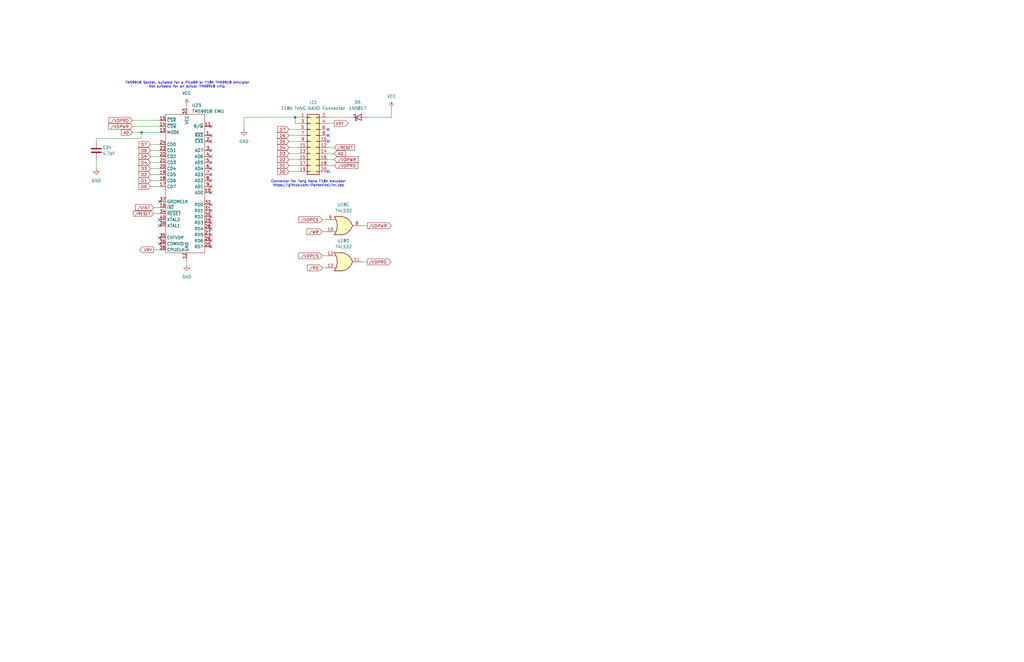
<source format=kicad_sch>
(kicad_sch
	(version 20250114)
	(generator "eeschema")
	(generator_version "9.0")
	(uuid "0e3826d5-2d3b-42ba-8db2-04d52272e702")
	(paper "USLedger")
	(title_block
		(title "N8PC")
		(date "2025-11-02")
		(rev "000.8")
		(comment 1 "https://github.com/danwerner21/N8PC")
		(comment 2 "Based on work by Andrew Lynch and John Coffman")
	)
	(lib_symbols
		(symbol "74xx:74LS32"
			(pin_names
				(offset 1.016)
			)
			(exclude_from_sim no)
			(in_bom yes)
			(on_board yes)
			(property "Reference" "U"
				(at 0 1.27 0)
				(effects
					(font
						(size 1.27 1.27)
					)
				)
			)
			(property "Value" "74LS32"
				(at 0 -1.27 0)
				(effects
					(font
						(size 1.27 1.27)
					)
				)
			)
			(property "Footprint" ""
				(at 0 0 0)
				(effects
					(font
						(size 1.27 1.27)
					)
					(hide yes)
				)
			)
			(property "Datasheet" "http://www.ti.com/lit/gpn/sn74LS32"
				(at 0 0 0)
				(effects
					(font
						(size 1.27 1.27)
					)
					(hide yes)
				)
			)
			(property "Description" "Quad 2-input OR"
				(at 0 0 0)
				(effects
					(font
						(size 1.27 1.27)
					)
					(hide yes)
				)
			)
			(property "ki_locked" ""
				(at 0 0 0)
				(effects
					(font
						(size 1.27 1.27)
					)
				)
			)
			(property "ki_keywords" "TTL Or2"
				(at 0 0 0)
				(effects
					(font
						(size 1.27 1.27)
					)
					(hide yes)
				)
			)
			(property "ki_fp_filters" "DIP?14*"
				(at 0 0 0)
				(effects
					(font
						(size 1.27 1.27)
					)
					(hide yes)
				)
			)
			(symbol "74LS32_1_1"
				(arc
					(start -3.81 3.81)
					(mid -2.589 0)
					(end -3.81 -3.81)
					(stroke
						(width 0.254)
						(type default)
					)
					(fill
						(type none)
					)
				)
				(polyline
					(pts
						(xy -3.81 3.81) (xy -0.635 3.81)
					)
					(stroke
						(width 0.254)
						(type default)
					)
					(fill
						(type background)
					)
				)
				(polyline
					(pts
						(xy -3.81 -3.81) (xy -0.635 -3.81)
					)
					(stroke
						(width 0.254)
						(type default)
					)
					(fill
						(type background)
					)
				)
				(arc
					(start 3.81 0)
					(mid 2.1855 -2.584)
					(end -0.6096 -3.81)
					(stroke
						(width 0.254)
						(type default)
					)
					(fill
						(type background)
					)
				)
				(arc
					(start -0.6096 3.81)
					(mid 2.1928 2.5924)
					(end 3.81 0)
					(stroke
						(width 0.254)
						(type default)
					)
					(fill
						(type background)
					)
				)
				(polyline
					(pts
						(xy -0.635 3.81) (xy -3.81 3.81) (xy -3.81 3.81) (xy -3.556 3.4036) (xy -3.0226 2.2606) (xy -2.6924 1.0414)
						(xy -2.6162 -0.254) (xy -2.7686 -1.4986) (xy -3.175 -2.7178) (xy -3.81 -3.81) (xy -3.81 -3.81)
						(xy -0.635 -3.81)
					)
					(stroke
						(width -25.4)
						(type default)
					)
					(fill
						(type background)
					)
				)
				(pin input line
					(at -7.62 2.54 0)
					(length 4.318)
					(name "~"
						(effects
							(font
								(size 1.27 1.27)
							)
						)
					)
					(number "1"
						(effects
							(font
								(size 1.27 1.27)
							)
						)
					)
				)
				(pin input line
					(at -7.62 -2.54 0)
					(length 4.318)
					(name "~"
						(effects
							(font
								(size 1.27 1.27)
							)
						)
					)
					(number "2"
						(effects
							(font
								(size 1.27 1.27)
							)
						)
					)
				)
				(pin output line
					(at 7.62 0 180)
					(length 3.81)
					(name "~"
						(effects
							(font
								(size 1.27 1.27)
							)
						)
					)
					(number "3"
						(effects
							(font
								(size 1.27 1.27)
							)
						)
					)
				)
			)
			(symbol "74LS32_1_2"
				(arc
					(start 0 3.81)
					(mid 3.7934 0)
					(end 0 -3.81)
					(stroke
						(width 0.254)
						(type default)
					)
					(fill
						(type background)
					)
				)
				(polyline
					(pts
						(xy 0 3.81) (xy -3.81 3.81) (xy -3.81 -3.81) (xy 0 -3.81)
					)
					(stroke
						(width 0.254)
						(type default)
					)
					(fill
						(type background)
					)
				)
				(pin input inverted
					(at -7.62 2.54 0)
					(length 3.81)
					(name "~"
						(effects
							(font
								(size 1.27 1.27)
							)
						)
					)
					(number "1"
						(effects
							(font
								(size 1.27 1.27)
							)
						)
					)
				)
				(pin input inverted
					(at -7.62 -2.54 0)
					(length 3.81)
					(name "~"
						(effects
							(font
								(size 1.27 1.27)
							)
						)
					)
					(number "2"
						(effects
							(font
								(size 1.27 1.27)
							)
						)
					)
				)
				(pin output inverted
					(at 7.62 0 180)
					(length 3.81)
					(name "~"
						(effects
							(font
								(size 1.27 1.27)
							)
						)
					)
					(number "3"
						(effects
							(font
								(size 1.27 1.27)
							)
						)
					)
				)
			)
			(symbol "74LS32_2_1"
				(arc
					(start -3.81 3.81)
					(mid -2.589 0)
					(end -3.81 -3.81)
					(stroke
						(width 0.254)
						(type default)
					)
					(fill
						(type none)
					)
				)
				(polyline
					(pts
						(xy -3.81 3.81) (xy -0.635 3.81)
					)
					(stroke
						(width 0.254)
						(type default)
					)
					(fill
						(type background)
					)
				)
				(polyline
					(pts
						(xy -3.81 -3.81) (xy -0.635 -3.81)
					)
					(stroke
						(width 0.254)
						(type default)
					)
					(fill
						(type background)
					)
				)
				(arc
					(start 3.81 0)
					(mid 2.1855 -2.584)
					(end -0.6096 -3.81)
					(stroke
						(width 0.254)
						(type default)
					)
					(fill
						(type background)
					)
				)
				(arc
					(start -0.6096 3.81)
					(mid 2.1928 2.5924)
					(end 3.81 0)
					(stroke
						(width 0.254)
						(type default)
					)
					(fill
						(type background)
					)
				)
				(polyline
					(pts
						(xy -0.635 3.81) (xy -3.81 3.81) (xy -3.81 3.81) (xy -3.556 3.4036) (xy -3.0226 2.2606) (xy -2.6924 1.0414)
						(xy -2.6162 -0.254) (xy -2.7686 -1.4986) (xy -3.175 -2.7178) (xy -3.81 -3.81) (xy -3.81 -3.81)
						(xy -0.635 -3.81)
					)
					(stroke
						(width -25.4)
						(type default)
					)
					(fill
						(type background)
					)
				)
				(pin input line
					(at -7.62 2.54 0)
					(length 4.318)
					(name "~"
						(effects
							(font
								(size 1.27 1.27)
							)
						)
					)
					(number "4"
						(effects
							(font
								(size 1.27 1.27)
							)
						)
					)
				)
				(pin input line
					(at -7.62 -2.54 0)
					(length 4.318)
					(name "~"
						(effects
							(font
								(size 1.27 1.27)
							)
						)
					)
					(number "5"
						(effects
							(font
								(size 1.27 1.27)
							)
						)
					)
				)
				(pin output line
					(at 7.62 0 180)
					(length 3.81)
					(name "~"
						(effects
							(font
								(size 1.27 1.27)
							)
						)
					)
					(number "6"
						(effects
							(font
								(size 1.27 1.27)
							)
						)
					)
				)
			)
			(symbol "74LS32_2_2"
				(arc
					(start 0 3.81)
					(mid 3.7934 0)
					(end 0 -3.81)
					(stroke
						(width 0.254)
						(type default)
					)
					(fill
						(type background)
					)
				)
				(polyline
					(pts
						(xy 0 3.81) (xy -3.81 3.81) (xy -3.81 -3.81) (xy 0 -3.81)
					)
					(stroke
						(width 0.254)
						(type default)
					)
					(fill
						(type background)
					)
				)
				(pin input inverted
					(at -7.62 2.54 0)
					(length 3.81)
					(name "~"
						(effects
							(font
								(size 1.27 1.27)
							)
						)
					)
					(number "4"
						(effects
							(font
								(size 1.27 1.27)
							)
						)
					)
				)
				(pin input inverted
					(at -7.62 -2.54 0)
					(length 3.81)
					(name "~"
						(effects
							(font
								(size 1.27 1.27)
							)
						)
					)
					(number "5"
						(effects
							(font
								(size 1.27 1.27)
							)
						)
					)
				)
				(pin output inverted
					(at 7.62 0 180)
					(length 3.81)
					(name "~"
						(effects
							(font
								(size 1.27 1.27)
							)
						)
					)
					(number "6"
						(effects
							(font
								(size 1.27 1.27)
							)
						)
					)
				)
			)
			(symbol "74LS32_3_1"
				(arc
					(start -3.81 3.81)
					(mid -2.589 0)
					(end -3.81 -3.81)
					(stroke
						(width 0.254)
						(type default)
					)
					(fill
						(type none)
					)
				)
				(polyline
					(pts
						(xy -3.81 3.81) (xy -0.635 3.81)
					)
					(stroke
						(width 0.254)
						(type default)
					)
					(fill
						(type background)
					)
				)
				(polyline
					(pts
						(xy -3.81 -3.81) (xy -0.635 -3.81)
					)
					(stroke
						(width 0.254)
						(type default)
					)
					(fill
						(type background)
					)
				)
				(arc
					(start 3.81 0)
					(mid 2.1855 -2.584)
					(end -0.6096 -3.81)
					(stroke
						(width 0.254)
						(type default)
					)
					(fill
						(type background)
					)
				)
				(arc
					(start -0.6096 3.81)
					(mid 2.1928 2.5924)
					(end 3.81 0)
					(stroke
						(width 0.254)
						(type default)
					)
					(fill
						(type background)
					)
				)
				(polyline
					(pts
						(xy -0.635 3.81) (xy -3.81 3.81) (xy -3.81 3.81) (xy -3.556 3.4036) (xy -3.0226 2.2606) (xy -2.6924 1.0414)
						(xy -2.6162 -0.254) (xy -2.7686 -1.4986) (xy -3.175 -2.7178) (xy -3.81 -3.81) (xy -3.81 -3.81)
						(xy -0.635 -3.81)
					)
					(stroke
						(width -25.4)
						(type default)
					)
					(fill
						(type background)
					)
				)
				(pin input line
					(at -7.62 2.54 0)
					(length 4.318)
					(name "~"
						(effects
							(font
								(size 1.27 1.27)
							)
						)
					)
					(number "9"
						(effects
							(font
								(size 1.27 1.27)
							)
						)
					)
				)
				(pin input line
					(at -7.62 -2.54 0)
					(length 4.318)
					(name "~"
						(effects
							(font
								(size 1.27 1.27)
							)
						)
					)
					(number "10"
						(effects
							(font
								(size 1.27 1.27)
							)
						)
					)
				)
				(pin output line
					(at 7.62 0 180)
					(length 3.81)
					(name "~"
						(effects
							(font
								(size 1.27 1.27)
							)
						)
					)
					(number "8"
						(effects
							(font
								(size 1.27 1.27)
							)
						)
					)
				)
			)
			(symbol "74LS32_3_2"
				(arc
					(start 0 3.81)
					(mid 3.7934 0)
					(end 0 -3.81)
					(stroke
						(width 0.254)
						(type default)
					)
					(fill
						(type background)
					)
				)
				(polyline
					(pts
						(xy 0 3.81) (xy -3.81 3.81) (xy -3.81 -3.81) (xy 0 -3.81)
					)
					(stroke
						(width 0.254)
						(type default)
					)
					(fill
						(type background)
					)
				)
				(pin input inverted
					(at -7.62 2.54 0)
					(length 3.81)
					(name "~"
						(effects
							(font
								(size 1.27 1.27)
							)
						)
					)
					(number "9"
						(effects
							(font
								(size 1.27 1.27)
							)
						)
					)
				)
				(pin input inverted
					(at -7.62 -2.54 0)
					(length 3.81)
					(name "~"
						(effects
							(font
								(size 1.27 1.27)
							)
						)
					)
					(number "10"
						(effects
							(font
								(size 1.27 1.27)
							)
						)
					)
				)
				(pin output inverted
					(at 7.62 0 180)
					(length 3.81)
					(name "~"
						(effects
							(font
								(size 1.27 1.27)
							)
						)
					)
					(number "8"
						(effects
							(font
								(size 1.27 1.27)
							)
						)
					)
				)
			)
			(symbol "74LS32_4_1"
				(arc
					(start -3.81 3.81)
					(mid -2.589 0)
					(end -3.81 -3.81)
					(stroke
						(width 0.254)
						(type default)
					)
					(fill
						(type none)
					)
				)
				(polyline
					(pts
						(xy -3.81 3.81) (xy -0.635 3.81)
					)
					(stroke
						(width 0.254)
						(type default)
					)
					(fill
						(type background)
					)
				)
				(polyline
					(pts
						(xy -3.81 -3.81) (xy -0.635 -3.81)
					)
					(stroke
						(width 0.254)
						(type default)
					)
					(fill
						(type background)
					)
				)
				(arc
					(start 3.81 0)
					(mid 2.1855 -2.584)
					(end -0.6096 -3.81)
					(stroke
						(width 0.254)
						(type default)
					)
					(fill
						(type background)
					)
				)
				(arc
					(start -0.6096 3.81)
					(mid 2.1928 2.5924)
					(end 3.81 0)
					(stroke
						(width 0.254)
						(type default)
					)
					(fill
						(type background)
					)
				)
				(polyline
					(pts
						(xy -0.635 3.81) (xy -3.81 3.81) (xy -3.81 3.81) (xy -3.556 3.4036) (xy -3.0226 2.2606) (xy -2.6924 1.0414)
						(xy -2.6162 -0.254) (xy -2.7686 -1.4986) (xy -3.175 -2.7178) (xy -3.81 -3.81) (xy -3.81 -3.81)
						(xy -0.635 -3.81)
					)
					(stroke
						(width -25.4)
						(type default)
					)
					(fill
						(type background)
					)
				)
				(pin input line
					(at -7.62 2.54 0)
					(length 4.318)
					(name "~"
						(effects
							(font
								(size 1.27 1.27)
							)
						)
					)
					(number "12"
						(effects
							(font
								(size 1.27 1.27)
							)
						)
					)
				)
				(pin input line
					(at -7.62 -2.54 0)
					(length 4.318)
					(name "~"
						(effects
							(font
								(size 1.27 1.27)
							)
						)
					)
					(number "13"
						(effects
							(font
								(size 1.27 1.27)
							)
						)
					)
				)
				(pin output line
					(at 7.62 0 180)
					(length 3.81)
					(name "~"
						(effects
							(font
								(size 1.27 1.27)
							)
						)
					)
					(number "11"
						(effects
							(font
								(size 1.27 1.27)
							)
						)
					)
				)
			)
			(symbol "74LS32_4_2"
				(arc
					(start 0 3.81)
					(mid 3.7934 0)
					(end 0 -3.81)
					(stroke
						(width 0.254)
						(type default)
					)
					(fill
						(type background)
					)
				)
				(polyline
					(pts
						(xy 0 3.81) (xy -3.81 3.81) (xy -3.81 -3.81) (xy 0 -3.81)
					)
					(stroke
						(width 0.254)
						(type default)
					)
					(fill
						(type background)
					)
				)
				(pin input inverted
					(at -7.62 2.54 0)
					(length 3.81)
					(name "~"
						(effects
							(font
								(size 1.27 1.27)
							)
						)
					)
					(number "12"
						(effects
							(font
								(size 1.27 1.27)
							)
						)
					)
				)
				(pin input inverted
					(at -7.62 -2.54 0)
					(length 3.81)
					(name "~"
						(effects
							(font
								(size 1.27 1.27)
							)
						)
					)
					(number "13"
						(effects
							(font
								(size 1.27 1.27)
							)
						)
					)
				)
				(pin output inverted
					(at 7.62 0 180)
					(length 3.81)
					(name "~"
						(effects
							(font
								(size 1.27 1.27)
							)
						)
					)
					(number "11"
						(effects
							(font
								(size 1.27 1.27)
							)
						)
					)
				)
			)
			(symbol "74LS32_5_0"
				(pin power_in line
					(at 0 12.7 270)
					(length 5.08)
					(name "VCC"
						(effects
							(font
								(size 1.27 1.27)
							)
						)
					)
					(number "14"
						(effects
							(font
								(size 1.27 1.27)
							)
						)
					)
				)
				(pin power_in line
					(at 0 -12.7 90)
					(length 5.08)
					(name "GND"
						(effects
							(font
								(size 1.27 1.27)
							)
						)
					)
					(number "7"
						(effects
							(font
								(size 1.27 1.27)
							)
						)
					)
				)
			)
			(symbol "74LS32_5_1"
				(rectangle
					(start -5.08 7.62)
					(end 5.08 -7.62)
					(stroke
						(width 0.254)
						(type default)
					)
					(fill
						(type background)
					)
				)
			)
			(embedded_fonts no)
		)
		(symbol "Connector_Generic:Conn_02x10_Odd_Even"
			(pin_names
				(offset 1.016)
				(hide yes)
			)
			(exclude_from_sim no)
			(in_bom yes)
			(on_board yes)
			(property "Reference" "J"
				(at 1.27 12.7 0)
				(effects
					(font
						(size 1.27 1.27)
					)
				)
			)
			(property "Value" "Conn_02x10_Odd_Even"
				(at 1.27 -15.24 0)
				(effects
					(font
						(size 1.27 1.27)
					)
				)
			)
			(property "Footprint" ""
				(at 0 0 0)
				(effects
					(font
						(size 1.27 1.27)
					)
					(hide yes)
				)
			)
			(property "Datasheet" "~"
				(at 0 0 0)
				(effects
					(font
						(size 1.27 1.27)
					)
					(hide yes)
				)
			)
			(property "Description" "Generic connector, double row, 02x10, odd/even pin numbering scheme (row 1 odd numbers, row 2 even numbers), script generated (kicad-library-utils/schlib/autogen/connector/)"
				(at 0 0 0)
				(effects
					(font
						(size 1.27 1.27)
					)
					(hide yes)
				)
			)
			(property "ki_keywords" "connector"
				(at 0 0 0)
				(effects
					(font
						(size 1.27 1.27)
					)
					(hide yes)
				)
			)
			(property "ki_fp_filters" "Connector*:*_2x??_*"
				(at 0 0 0)
				(effects
					(font
						(size 1.27 1.27)
					)
					(hide yes)
				)
			)
			(symbol "Conn_02x10_Odd_Even_1_1"
				(rectangle
					(start -1.27 11.43)
					(end 3.81 -13.97)
					(stroke
						(width 0.254)
						(type default)
					)
					(fill
						(type background)
					)
				)
				(rectangle
					(start -1.27 10.287)
					(end 0 10.033)
					(stroke
						(width 0.1524)
						(type default)
					)
					(fill
						(type none)
					)
				)
				(rectangle
					(start -1.27 7.747)
					(end 0 7.493)
					(stroke
						(width 0.1524)
						(type default)
					)
					(fill
						(type none)
					)
				)
				(rectangle
					(start -1.27 5.207)
					(end 0 4.953)
					(stroke
						(width 0.1524)
						(type default)
					)
					(fill
						(type none)
					)
				)
				(rectangle
					(start -1.27 2.667)
					(end 0 2.413)
					(stroke
						(width 0.1524)
						(type default)
					)
					(fill
						(type none)
					)
				)
				(rectangle
					(start -1.27 0.127)
					(end 0 -0.127)
					(stroke
						(width 0.1524)
						(type default)
					)
					(fill
						(type none)
					)
				)
				(rectangle
					(start -1.27 -2.413)
					(end 0 -2.667)
					(stroke
						(width 0.1524)
						(type default)
					)
					(fill
						(type none)
					)
				)
				(rectangle
					(start -1.27 -4.953)
					(end 0 -5.207)
					(stroke
						(width 0.1524)
						(type default)
					)
					(fill
						(type none)
					)
				)
				(rectangle
					(start -1.27 -7.493)
					(end 0 -7.747)
					(stroke
						(width 0.1524)
						(type default)
					)
					(fill
						(type none)
					)
				)
				(rectangle
					(start -1.27 -10.033)
					(end 0 -10.287)
					(stroke
						(width 0.1524)
						(type default)
					)
					(fill
						(type none)
					)
				)
				(rectangle
					(start -1.27 -12.573)
					(end 0 -12.827)
					(stroke
						(width 0.1524)
						(type default)
					)
					(fill
						(type none)
					)
				)
				(rectangle
					(start 3.81 10.287)
					(end 2.54 10.033)
					(stroke
						(width 0.1524)
						(type default)
					)
					(fill
						(type none)
					)
				)
				(rectangle
					(start 3.81 7.747)
					(end 2.54 7.493)
					(stroke
						(width 0.1524)
						(type default)
					)
					(fill
						(type none)
					)
				)
				(rectangle
					(start 3.81 5.207)
					(end 2.54 4.953)
					(stroke
						(width 0.1524)
						(type default)
					)
					(fill
						(type none)
					)
				)
				(rectangle
					(start 3.81 2.667)
					(end 2.54 2.413)
					(stroke
						(width 0.1524)
						(type default)
					)
					(fill
						(type none)
					)
				)
				(rectangle
					(start 3.81 0.127)
					(end 2.54 -0.127)
					(stroke
						(width 0.1524)
						(type default)
					)
					(fill
						(type none)
					)
				)
				(rectangle
					(start 3.81 -2.413)
					(end 2.54 -2.667)
					(stroke
						(width 0.1524)
						(type default)
					)
					(fill
						(type none)
					)
				)
				(rectangle
					(start 3.81 -4.953)
					(end 2.54 -5.207)
					(stroke
						(width 0.1524)
						(type default)
					)
					(fill
						(type none)
					)
				)
				(rectangle
					(start 3.81 -7.493)
					(end 2.54 -7.747)
					(stroke
						(width 0.1524)
						(type default)
					)
					(fill
						(type none)
					)
				)
				(rectangle
					(start 3.81 -10.033)
					(end 2.54 -10.287)
					(stroke
						(width 0.1524)
						(type default)
					)
					(fill
						(type none)
					)
				)
				(rectangle
					(start 3.81 -12.573)
					(end 2.54 -12.827)
					(stroke
						(width 0.1524)
						(type default)
					)
					(fill
						(type none)
					)
				)
				(pin passive line
					(at -5.08 10.16 0)
					(length 3.81)
					(name "Pin_1"
						(effects
							(font
								(size 1.27 1.27)
							)
						)
					)
					(number "1"
						(effects
							(font
								(size 1.27 1.27)
							)
						)
					)
				)
				(pin passive line
					(at -5.08 7.62 0)
					(length 3.81)
					(name "Pin_3"
						(effects
							(font
								(size 1.27 1.27)
							)
						)
					)
					(number "3"
						(effects
							(font
								(size 1.27 1.27)
							)
						)
					)
				)
				(pin passive line
					(at -5.08 5.08 0)
					(length 3.81)
					(name "Pin_5"
						(effects
							(font
								(size 1.27 1.27)
							)
						)
					)
					(number "5"
						(effects
							(font
								(size 1.27 1.27)
							)
						)
					)
				)
				(pin passive line
					(at -5.08 2.54 0)
					(length 3.81)
					(name "Pin_7"
						(effects
							(font
								(size 1.27 1.27)
							)
						)
					)
					(number "7"
						(effects
							(font
								(size 1.27 1.27)
							)
						)
					)
				)
				(pin passive line
					(at -5.08 0 0)
					(length 3.81)
					(name "Pin_9"
						(effects
							(font
								(size 1.27 1.27)
							)
						)
					)
					(number "9"
						(effects
							(font
								(size 1.27 1.27)
							)
						)
					)
				)
				(pin passive line
					(at -5.08 -2.54 0)
					(length 3.81)
					(name "Pin_11"
						(effects
							(font
								(size 1.27 1.27)
							)
						)
					)
					(number "11"
						(effects
							(font
								(size 1.27 1.27)
							)
						)
					)
				)
				(pin passive line
					(at -5.08 -5.08 0)
					(length 3.81)
					(name "Pin_13"
						(effects
							(font
								(size 1.27 1.27)
							)
						)
					)
					(number "13"
						(effects
							(font
								(size 1.27 1.27)
							)
						)
					)
				)
				(pin passive line
					(at -5.08 -7.62 0)
					(length 3.81)
					(name "Pin_15"
						(effects
							(font
								(size 1.27 1.27)
							)
						)
					)
					(number "15"
						(effects
							(font
								(size 1.27 1.27)
							)
						)
					)
				)
				(pin passive line
					(at -5.08 -10.16 0)
					(length 3.81)
					(name "Pin_17"
						(effects
							(font
								(size 1.27 1.27)
							)
						)
					)
					(number "17"
						(effects
							(font
								(size 1.27 1.27)
							)
						)
					)
				)
				(pin passive line
					(at -5.08 -12.7 0)
					(length 3.81)
					(name "Pin_19"
						(effects
							(font
								(size 1.27 1.27)
							)
						)
					)
					(number "19"
						(effects
							(font
								(size 1.27 1.27)
							)
						)
					)
				)
				(pin passive line
					(at 7.62 10.16 180)
					(length 3.81)
					(name "Pin_2"
						(effects
							(font
								(size 1.27 1.27)
							)
						)
					)
					(number "2"
						(effects
							(font
								(size 1.27 1.27)
							)
						)
					)
				)
				(pin passive line
					(at 7.62 7.62 180)
					(length 3.81)
					(name "Pin_4"
						(effects
							(font
								(size 1.27 1.27)
							)
						)
					)
					(number "4"
						(effects
							(font
								(size 1.27 1.27)
							)
						)
					)
				)
				(pin passive line
					(at 7.62 5.08 180)
					(length 3.81)
					(name "Pin_6"
						(effects
							(font
								(size 1.27 1.27)
							)
						)
					)
					(number "6"
						(effects
							(font
								(size 1.27 1.27)
							)
						)
					)
				)
				(pin passive line
					(at 7.62 2.54 180)
					(length 3.81)
					(name "Pin_8"
						(effects
							(font
								(size 1.27 1.27)
							)
						)
					)
					(number "8"
						(effects
							(font
								(size 1.27 1.27)
							)
						)
					)
				)
				(pin passive line
					(at 7.62 0 180)
					(length 3.81)
					(name "Pin_10"
						(effects
							(font
								(size 1.27 1.27)
							)
						)
					)
					(number "10"
						(effects
							(font
								(size 1.27 1.27)
							)
						)
					)
				)
				(pin passive line
					(at 7.62 -2.54 180)
					(length 3.81)
					(name "Pin_12"
						(effects
							(font
								(size 1.27 1.27)
							)
						)
					)
					(number "12"
						(effects
							(font
								(size 1.27 1.27)
							)
						)
					)
				)
				(pin passive line
					(at 7.62 -5.08 180)
					(length 3.81)
					(name "Pin_14"
						(effects
							(font
								(size 1.27 1.27)
							)
						)
					)
					(number "14"
						(effects
							(font
								(size 1.27 1.27)
							)
						)
					)
				)
				(pin passive line
					(at 7.62 -7.62 180)
					(length 3.81)
					(name "Pin_16"
						(effects
							(font
								(size 1.27 1.27)
							)
						)
					)
					(number "16"
						(effects
							(font
								(size 1.27 1.27)
							)
						)
					)
				)
				(pin passive line
					(at 7.62 -10.16 180)
					(length 3.81)
					(name "Pin_18"
						(effects
							(font
								(size 1.27 1.27)
							)
						)
					)
					(number "18"
						(effects
							(font
								(size 1.27 1.27)
							)
						)
					)
				)
				(pin passive line
					(at 7.62 -12.7 180)
					(length 3.81)
					(name "Pin_20"
						(effects
							(font
								(size 1.27 1.27)
							)
						)
					)
					(number "20"
						(effects
							(font
								(size 1.27 1.27)
							)
						)
					)
				)
			)
			(embedded_fonts no)
		)
		(symbol "Custom:TMS9918"
			(exclude_from_sim no)
			(in_bom yes)
			(on_board yes)
			(property "Reference" "U"
				(at 0 0 0)
				(effects
					(font
						(size 1.27 1.27)
					)
				)
			)
			(property "Value" ""
				(at 0 0 0)
				(effects
					(font
						(size 1.27 1.27)
					)
				)
			)
			(property "Footprint" ""
				(at 0 0 0)
				(effects
					(font
						(size 1.27 1.27)
					)
					(hide yes)
				)
			)
			(property "Datasheet" ""
				(at 0 0 0)
				(effects
					(font
						(size 1.27 1.27)
					)
					(hide yes)
				)
			)
			(property "Description" ""
				(at 0 0 0)
				(effects
					(font
						(size 1.27 1.27)
					)
					(hide yes)
				)
			)
			(symbol "TMS9918_0_1"
				(rectangle
					(start -7.62 24.13)
					(end 8.89 -34.29)
					(stroke
						(width 0)
						(type default)
					)
					(fill
						(type none)
					)
				)
			)
			(symbol "TMS9918_1_1"
				(pin input line
					(at -10.16 21.59 0)
					(length 2.54)
					(name "~{CSR}"
						(effects
							(font
								(size 1.27 1.27)
							)
						)
					)
					(number "15"
						(effects
							(font
								(size 1.27 1.27)
							)
						)
					)
				)
				(pin input line
					(at -10.16 19.05 0)
					(length 2.54)
					(name "~{CSW}"
						(effects
							(font
								(size 1.27 1.27)
							)
						)
					)
					(number "14"
						(effects
							(font
								(size 1.27 1.27)
							)
						)
					)
				)
				(pin input line
					(at -10.16 16.51 0)
					(length 2.54)
					(name "MODE"
						(effects
							(font
								(size 1.27 1.27)
							)
						)
					)
					(number "13"
						(effects
							(font
								(size 1.27 1.27)
							)
						)
					)
				)
				(pin bidirectional line
					(at -10.16 11.43 0)
					(length 2.54)
					(name "CD0"
						(effects
							(font
								(size 1.27 1.27)
							)
						)
					)
					(number "24"
						(effects
							(font
								(size 1.27 1.27)
							)
						)
					)
				)
				(pin bidirectional line
					(at -10.16 8.89 0)
					(length 2.54)
					(name "CD1"
						(effects
							(font
								(size 1.27 1.27)
							)
						)
					)
					(number "23"
						(effects
							(font
								(size 1.27 1.27)
							)
						)
					)
				)
				(pin bidirectional line
					(at -10.16 6.35 0)
					(length 2.54)
					(name "CD2"
						(effects
							(font
								(size 1.27 1.27)
							)
						)
					)
					(number "22"
						(effects
							(font
								(size 1.27 1.27)
							)
						)
					)
				)
				(pin bidirectional line
					(at -10.16 3.81 0)
					(length 2.54)
					(name "CD3"
						(effects
							(font
								(size 1.27 1.27)
							)
						)
					)
					(number "21"
						(effects
							(font
								(size 1.27 1.27)
							)
						)
					)
				)
				(pin bidirectional line
					(at -10.16 1.27 0)
					(length 2.54)
					(name "CD4"
						(effects
							(font
								(size 1.27 1.27)
							)
						)
					)
					(number "20"
						(effects
							(font
								(size 1.27 1.27)
							)
						)
					)
				)
				(pin bidirectional line
					(at -10.16 -1.27 0)
					(length 2.54)
					(name "CD5"
						(effects
							(font
								(size 1.27 1.27)
							)
						)
					)
					(number "19"
						(effects
							(font
								(size 1.27 1.27)
							)
						)
					)
				)
				(pin bidirectional line
					(at -10.16 -3.81 0)
					(length 2.54)
					(name "CD6"
						(effects
							(font
								(size 1.27 1.27)
							)
						)
					)
					(number "18"
						(effects
							(font
								(size 1.27 1.27)
							)
						)
					)
				)
				(pin bidirectional line
					(at -10.16 -6.35 0)
					(length 2.54)
					(name "CD7"
						(effects
							(font
								(size 1.27 1.27)
							)
						)
					)
					(number "17"
						(effects
							(font
								(size 1.27 1.27)
							)
						)
					)
				)
				(pin output line
					(at -10.16 -12.7 0)
					(length 2.54)
					(name "GROMCLK"
						(effects
							(font
								(size 1.27 1.27)
							)
						)
					)
					(number "37"
						(effects
							(font
								(size 1.27 1.27)
							)
						)
					)
				)
				(pin output line
					(at -10.16 -15.24 0)
					(length 2.54)
					(name "~{INT}"
						(effects
							(font
								(size 1.27 1.27)
							)
						)
					)
					(number "16"
						(effects
							(font
								(size 1.27 1.27)
							)
						)
					)
				)
				(pin input line
					(at -10.16 -17.78 0)
					(length 2.54)
					(name "~{RESET}"
						(effects
							(font
								(size 1.27 1.27)
							)
						)
					)
					(number "34"
						(effects
							(font
								(size 1.27 1.27)
							)
						)
					)
				)
				(pin input line
					(at -10.16 -20.32 0)
					(length 2.54)
					(name "XTAL2"
						(effects
							(font
								(size 1.27 1.27)
							)
						)
					)
					(number "40"
						(effects
							(font
								(size 1.27 1.27)
							)
						)
					)
				)
				(pin input line
					(at -10.16 -22.86 0)
					(length 2.54)
					(name "XTAL1"
						(effects
							(font
								(size 1.27 1.27)
							)
						)
					)
					(number "39"
						(effects
							(font
								(size 1.27 1.27)
							)
						)
					)
				)
				(pin output line
					(at -10.16 -27.94 0)
					(length 2.54)
					(name "EXTVDP"
						(effects
							(font
								(size 1.27 1.27)
							)
						)
					)
					(number "35"
						(effects
							(font
								(size 1.27 1.27)
							)
						)
					)
				)
				(pin output line
					(at -10.16 -30.48 0)
					(length 2.54)
					(name "COMVID"
						(effects
							(font
								(size 1.27 1.27)
							)
						)
					)
					(number "36"
						(effects
							(font
								(size 1.27 1.27)
							)
						)
					)
				)
				(pin output line
					(at -10.16 -33.02 0)
					(length 2.54)
					(name "CPUCLK"
						(effects
							(font
								(size 1.27 1.27)
							)
						)
					)
					(number "38"
						(effects
							(font
								(size 1.27 1.27)
							)
						)
					)
				)
				(pin power_in line
					(at 1.27 26.67 270)
					(length 2.54)
					(name "VCC"
						(effects
							(font
								(size 1.27 1.27)
							)
						)
					)
					(number "33"
						(effects
							(font
								(size 1.27 1.27)
							)
						)
					)
				)
				(pin power_in line
					(at 1.27 -36.83 90)
					(length 2.54)
					(name "GND"
						(effects
							(font
								(size 1.27 1.27)
							)
						)
					)
					(number "12"
						(effects
							(font
								(size 1.27 1.27)
							)
						)
					)
				)
				(pin output line
					(at 11.43 19.05 180)
					(length 2.54)
					(name "R/~{W}"
						(effects
							(font
								(size 1.27 1.27)
							)
						)
					)
					(number "11"
						(effects
							(font
								(size 1.27 1.27)
							)
						)
					)
				)
				(pin output line
					(at 11.43 15.24 180)
					(length 2.54)
					(name "~{RAS}"
						(effects
							(font
								(size 1.27 1.27)
							)
						)
					)
					(number "1"
						(effects
							(font
								(size 1.27 1.27)
							)
						)
					)
				)
				(pin output line
					(at 11.43 12.7 180)
					(length 2.54)
					(name "~{CAS}"
						(effects
							(font
								(size 1.27 1.27)
							)
						)
					)
					(number "2"
						(effects
							(font
								(size 1.27 1.27)
							)
						)
					)
				)
				(pin bidirectional line
					(at 11.43 8.89 180)
					(length 2.54)
					(name "AD7"
						(effects
							(font
								(size 1.27 1.27)
							)
						)
					)
					(number "3"
						(effects
							(font
								(size 1.27 1.27)
							)
						)
					)
				)
				(pin bidirectional line
					(at 11.43 6.35 180)
					(length 2.54)
					(name "AD6"
						(effects
							(font
								(size 1.27 1.27)
							)
						)
					)
					(number "4"
						(effects
							(font
								(size 1.27 1.27)
							)
						)
					)
				)
				(pin bidirectional line
					(at 11.43 3.81 180)
					(length 2.54)
					(name "AD5"
						(effects
							(font
								(size 1.27 1.27)
							)
						)
					)
					(number "5"
						(effects
							(font
								(size 1.27 1.27)
							)
						)
					)
				)
				(pin bidirectional line
					(at 11.43 1.27 180)
					(length 2.54)
					(name "AD4"
						(effects
							(font
								(size 1.27 1.27)
							)
						)
					)
					(number "6"
						(effects
							(font
								(size 1.27 1.27)
							)
						)
					)
				)
				(pin bidirectional line
					(at 11.43 -1.27 180)
					(length 2.54)
					(name "AD3"
						(effects
							(font
								(size 1.27 1.27)
							)
						)
					)
					(number "7"
						(effects
							(font
								(size 1.27 1.27)
							)
						)
					)
				)
				(pin bidirectional line
					(at 11.43 -3.81 180)
					(length 2.54)
					(name "AD2"
						(effects
							(font
								(size 1.27 1.27)
							)
						)
					)
					(number "8"
						(effects
							(font
								(size 1.27 1.27)
							)
						)
					)
				)
				(pin bidirectional line
					(at 11.43 -6.35 180)
					(length 2.54)
					(name "AD1"
						(effects
							(font
								(size 1.27 1.27)
							)
						)
					)
					(number "9"
						(effects
							(font
								(size 1.27 1.27)
							)
						)
					)
				)
				(pin bidirectional line
					(at 11.43 -8.89 180)
					(length 2.54)
					(name "AD0"
						(effects
							(font
								(size 1.27 1.27)
							)
						)
					)
					(number "10"
						(effects
							(font
								(size 1.27 1.27)
							)
						)
					)
				)
				(pin bidirectional line
					(at 11.43 -13.97 180)
					(length 2.54)
					(name "RD0"
						(effects
							(font
								(size 1.27 1.27)
							)
						)
					)
					(number "32"
						(effects
							(font
								(size 1.27 1.27)
							)
						)
					)
				)
				(pin bidirectional line
					(at 11.43 -16.51 180)
					(length 2.54)
					(name "RD1"
						(effects
							(font
								(size 1.27 1.27)
							)
						)
					)
					(number "31"
						(effects
							(font
								(size 1.27 1.27)
							)
						)
					)
				)
				(pin bidirectional line
					(at 11.43 -19.05 180)
					(length 2.54)
					(name "RD2"
						(effects
							(font
								(size 1.27 1.27)
							)
						)
					)
					(number "30"
						(effects
							(font
								(size 1.27 1.27)
							)
						)
					)
				)
				(pin bidirectional line
					(at 11.43 -21.59 180)
					(length 2.54)
					(name "RD3"
						(effects
							(font
								(size 1.27 1.27)
							)
						)
					)
					(number "29"
						(effects
							(font
								(size 1.27 1.27)
							)
						)
					)
				)
				(pin bidirectional line
					(at 11.43 -24.13 180)
					(length 2.54)
					(name "RD4"
						(effects
							(font
								(size 1.27 1.27)
							)
						)
					)
					(number "28"
						(effects
							(font
								(size 1.27 1.27)
							)
						)
					)
				)
				(pin bidirectional line
					(at 11.43 -26.67 180)
					(length 2.54)
					(name "RD5"
						(effects
							(font
								(size 1.27 1.27)
							)
						)
					)
					(number "27"
						(effects
							(font
								(size 1.27 1.27)
							)
						)
					)
				)
				(pin bidirectional line
					(at 11.43 -29.21 180)
					(length 2.54)
					(name "RD6"
						(effects
							(font
								(size 1.27 1.27)
							)
						)
					)
					(number "26"
						(effects
							(font
								(size 1.27 1.27)
							)
						)
					)
				)
				(pin bidirectional line
					(at 11.43 -31.75 180)
					(length 2.54)
					(name "RD7"
						(effects
							(font
								(size 1.27 1.27)
							)
						)
					)
					(number "25"
						(effects
							(font
								(size 1.27 1.27)
							)
						)
					)
				)
			)
			(embedded_fonts no)
		)
		(symbol "Device:C"
			(pin_numbers
				(hide yes)
			)
			(pin_names
				(offset 0.254)
			)
			(exclude_from_sim no)
			(in_bom yes)
			(on_board yes)
			(property "Reference" "C"
				(at 0.635 2.54 0)
				(effects
					(font
						(size 1.27 1.27)
					)
					(justify left)
				)
			)
			(property "Value" "C"
				(at 0.635 -2.54 0)
				(effects
					(font
						(size 1.27 1.27)
					)
					(justify left)
				)
			)
			(property "Footprint" ""
				(at 0.9652 -3.81 0)
				(effects
					(font
						(size 1.27 1.27)
					)
					(hide yes)
				)
			)
			(property "Datasheet" "~"
				(at 0 0 0)
				(effects
					(font
						(size 1.27 1.27)
					)
					(hide yes)
				)
			)
			(property "Description" "Unpolarized capacitor"
				(at 0 0 0)
				(effects
					(font
						(size 1.27 1.27)
					)
					(hide yes)
				)
			)
			(property "ki_keywords" "cap capacitor"
				(at 0 0 0)
				(effects
					(font
						(size 1.27 1.27)
					)
					(hide yes)
				)
			)
			(property "ki_fp_filters" "C_*"
				(at 0 0 0)
				(effects
					(font
						(size 1.27 1.27)
					)
					(hide yes)
				)
			)
			(symbol "C_0_1"
				(polyline
					(pts
						(xy -2.032 0.762) (xy 2.032 0.762)
					)
					(stroke
						(width 0.508)
						(type default)
					)
					(fill
						(type none)
					)
				)
				(polyline
					(pts
						(xy -2.032 -0.762) (xy 2.032 -0.762)
					)
					(stroke
						(width 0.508)
						(type default)
					)
					(fill
						(type none)
					)
				)
			)
			(symbol "C_1_1"
				(pin passive line
					(at 0 3.81 270)
					(length 2.794)
					(name "~"
						(effects
							(font
								(size 1.27 1.27)
							)
						)
					)
					(number "1"
						(effects
							(font
								(size 1.27 1.27)
							)
						)
					)
				)
				(pin passive line
					(at 0 -3.81 90)
					(length 2.794)
					(name "~"
						(effects
							(font
								(size 1.27 1.27)
							)
						)
					)
					(number "2"
						(effects
							(font
								(size 1.27 1.27)
							)
						)
					)
				)
			)
			(embedded_fonts no)
		)
		(symbol "Diode:1N5817"
			(pin_numbers
				(hide yes)
			)
			(pin_names
				(offset 1.016)
				(hide yes)
			)
			(exclude_from_sim no)
			(in_bom yes)
			(on_board yes)
			(property "Reference" "D"
				(at 0 2.54 0)
				(effects
					(font
						(size 1.27 1.27)
					)
				)
			)
			(property "Value" "1N5817"
				(at 0 -2.54 0)
				(effects
					(font
						(size 1.27 1.27)
					)
				)
			)
			(property "Footprint" "Diode_THT:D_DO-41_SOD81_P10.16mm_Horizontal"
				(at 0 -4.445 0)
				(effects
					(font
						(size 1.27 1.27)
					)
					(hide yes)
				)
			)
			(property "Datasheet" "http://www.vishay.com/docs/88525/1n5817.pdf"
				(at 0 0 0)
				(effects
					(font
						(size 1.27 1.27)
					)
					(hide yes)
				)
			)
			(property "Description" "20V 1A Schottky Barrier Rectifier Diode, DO-41"
				(at 0 0 0)
				(effects
					(font
						(size 1.27 1.27)
					)
					(hide yes)
				)
			)
			(property "ki_keywords" "diode Schottky"
				(at 0 0 0)
				(effects
					(font
						(size 1.27 1.27)
					)
					(hide yes)
				)
			)
			(property "ki_fp_filters" "D*DO?41*"
				(at 0 0 0)
				(effects
					(font
						(size 1.27 1.27)
					)
					(hide yes)
				)
			)
			(symbol "1N5817_0_1"
				(polyline
					(pts
						(xy -1.905 0.635) (xy -1.905 1.27) (xy -1.27 1.27) (xy -1.27 -1.27) (xy -0.635 -1.27) (xy -0.635 -0.635)
					)
					(stroke
						(width 0.254)
						(type default)
					)
					(fill
						(type none)
					)
				)
				(polyline
					(pts
						(xy 1.27 1.27) (xy 1.27 -1.27) (xy -1.27 0) (xy 1.27 1.27)
					)
					(stroke
						(width 0.254)
						(type default)
					)
					(fill
						(type none)
					)
				)
				(polyline
					(pts
						(xy 1.27 0) (xy -1.27 0)
					)
					(stroke
						(width 0)
						(type default)
					)
					(fill
						(type none)
					)
				)
			)
			(symbol "1N5817_1_1"
				(pin passive line
					(at -3.81 0 0)
					(length 2.54)
					(name "K"
						(effects
							(font
								(size 1.27 1.27)
							)
						)
					)
					(number "1"
						(effects
							(font
								(size 1.27 1.27)
							)
						)
					)
				)
				(pin passive line
					(at 3.81 0 180)
					(length 2.54)
					(name "A"
						(effects
							(font
								(size 1.27 1.27)
							)
						)
					)
					(number "2"
						(effects
							(font
								(size 1.27 1.27)
							)
						)
					)
				)
			)
			(embedded_fonts no)
		)
		(symbol "power:GND"
			(power)
			(pin_numbers
				(hide yes)
			)
			(pin_names
				(offset 0)
				(hide yes)
			)
			(exclude_from_sim no)
			(in_bom yes)
			(on_board yes)
			(property "Reference" "#PWR"
				(at 0 -6.35 0)
				(effects
					(font
						(size 1.27 1.27)
					)
					(hide yes)
				)
			)
			(property "Value" "GND"
				(at 0 -3.81 0)
				(effects
					(font
						(size 1.27 1.27)
					)
				)
			)
			(property "Footprint" ""
				(at 0 0 0)
				(effects
					(font
						(size 1.27 1.27)
					)
					(hide yes)
				)
			)
			(property "Datasheet" ""
				(at 0 0 0)
				(effects
					(font
						(size 1.27 1.27)
					)
					(hide yes)
				)
			)
			(property "Description" "Power symbol creates a global label with name \"GND\" , ground"
				(at 0 0 0)
				(effects
					(font
						(size 1.27 1.27)
					)
					(hide yes)
				)
			)
			(property "ki_keywords" "global power"
				(at 0 0 0)
				(effects
					(font
						(size 1.27 1.27)
					)
					(hide yes)
				)
			)
			(symbol "GND_0_1"
				(polyline
					(pts
						(xy 0 0) (xy 0 -1.27) (xy 1.27 -1.27) (xy 0 -2.54) (xy -1.27 -1.27) (xy 0 -1.27)
					)
					(stroke
						(width 0)
						(type default)
					)
					(fill
						(type none)
					)
				)
			)
			(symbol "GND_1_1"
				(pin power_in line
					(at 0 0 270)
					(length 0)
					(name "~"
						(effects
							(font
								(size 1.27 1.27)
							)
						)
					)
					(number "1"
						(effects
							(font
								(size 1.27 1.27)
							)
						)
					)
				)
			)
			(embedded_fonts no)
		)
		(symbol "power:VCC"
			(power)
			(pin_numbers
				(hide yes)
			)
			(pin_names
				(offset 0)
				(hide yes)
			)
			(exclude_from_sim no)
			(in_bom yes)
			(on_board yes)
			(property "Reference" "#PWR"
				(at 0 -3.81 0)
				(effects
					(font
						(size 1.27 1.27)
					)
					(hide yes)
				)
			)
			(property "Value" "VCC"
				(at 0 3.556 0)
				(effects
					(font
						(size 1.27 1.27)
					)
				)
			)
			(property "Footprint" ""
				(at 0 0 0)
				(effects
					(font
						(size 1.27 1.27)
					)
					(hide yes)
				)
			)
			(property "Datasheet" ""
				(at 0 0 0)
				(effects
					(font
						(size 1.27 1.27)
					)
					(hide yes)
				)
			)
			(property "Description" "Power symbol creates a global label with name \"VCC\""
				(at 0 0 0)
				(effects
					(font
						(size 1.27 1.27)
					)
					(hide yes)
				)
			)
			(property "ki_keywords" "global power"
				(at 0 0 0)
				(effects
					(font
						(size 1.27 1.27)
					)
					(hide yes)
				)
			)
			(symbol "VCC_0_1"
				(polyline
					(pts
						(xy -0.762 1.27) (xy 0 2.54)
					)
					(stroke
						(width 0)
						(type default)
					)
					(fill
						(type none)
					)
				)
				(polyline
					(pts
						(xy 0 2.54) (xy 0.762 1.27)
					)
					(stroke
						(width 0)
						(type default)
					)
					(fill
						(type none)
					)
				)
				(polyline
					(pts
						(xy 0 0) (xy 0 2.54)
					)
					(stroke
						(width 0)
						(type default)
					)
					(fill
						(type none)
					)
				)
			)
			(symbol "VCC_1_1"
				(pin power_in line
					(at 0 0 90)
					(length 0)
					(name "~"
						(effects
							(font
								(size 1.27 1.27)
							)
						)
					)
					(number "1"
						(effects
							(font
								(size 1.27 1.27)
							)
						)
					)
				)
			)
			(embedded_fonts no)
		)
	)
	(text "Connector for Tang Nano F18A emulator\nhttps://github.com/lfantoniosi/tn_vdp"
		(exclude_from_sim no)
		(at 130.048 77.47 0)
		(effects
			(font
				(size 1.016 1.016)
			)
		)
		(uuid "56d922fe-9f86-4bf3-b7ca-50ff7b7f605d")
	)
	(text "TMS9918 Socket, suitable for a Pico99 or F18A TMS9918 emulator\nNot suitable for an actual TMS9918 chip."
		(exclude_from_sim no)
		(at 78.994 35.814 0)
		(effects
			(font
				(size 1.016 1.016)
			)
		)
		(uuid "7d130cb8-ed0d-46bf-8db4-1a902eec6e31")
	)
	(junction
		(at 59.69 55.88)
		(diameter 0)
		(color 0 0 0 0)
		(uuid "2ccc4797-a6de-466d-9be7-3df69d0a2680")
	)
	(junction
		(at 124.46 49.53)
		(diameter 0)
		(color 0 0 0 0)
		(uuid "2ec54a57-7c56-4c0e-8031-b4e8e6a011e5")
	)
	(no_connect
		(at 138.43 72.39)
		(uuid "07c70aba-555c-4c77-879c-4a6aeb684eea")
	)
	(no_connect
		(at 88.9 101.6)
		(uuid "0b17966b-caf2-4660-965c-62ad16c97580")
	)
	(no_connect
		(at 138.43 59.69)
		(uuid "0d556a1c-42e3-40b3-ab9a-519ff084f331")
	)
	(no_connect
		(at 88.9 104.14)
		(uuid "135e0d9c-79e6-465b-9fb3-1eee4f7bd39e")
	)
	(no_connect
		(at 88.9 91.44)
		(uuid "235701de-2f45-4bb8-ab2b-ec63edbe5978")
	)
	(no_connect
		(at 67.31 95.25)
		(uuid "2bad2fc1-9321-4358-bd5f-0014310a3e72")
	)
	(no_connect
		(at 88.9 76.2)
		(uuid "41fe1fb5-a752-41ba-bba4-cc3c17b668a5")
	)
	(no_connect
		(at 88.9 93.98)
		(uuid "434b3062-0f26-46ba-9cce-f78919c5824b")
	)
	(no_connect
		(at 88.9 99.06)
		(uuid "46e25d31-80ab-4e52-bc85-2c69c397ed44")
	)
	(no_connect
		(at 67.31 92.71)
		(uuid "5034d8bf-43ef-4193-aff1-1fc15ee7d260")
	)
	(no_connect
		(at 88.9 86.36)
		(uuid "50fcc8d6-9065-4227-b763-bf3091340190")
	)
	(no_connect
		(at 67.31 85.09)
		(uuid "53f850b2-0ef0-4557-9eda-53eb54d398ff")
	)
	(no_connect
		(at 88.9 63.5)
		(uuid "6f128939-465a-4873-8712-2c5796cd5831")
	)
	(no_connect
		(at 138.43 57.15)
		(uuid "76f9ef1a-5d38-4619-8c61-33bd5fdfd03c")
	)
	(no_connect
		(at 88.9 88.9)
		(uuid "84973f6e-348f-4412-ae34-9b13f18dfd37")
	)
	(no_connect
		(at 138.43 54.61)
		(uuid "8a4cff47-f796-44b6-8da5-3581d0e0c355")
	)
	(no_connect
		(at 88.9 68.58)
		(uuid "aa5b7051-3fc9-44df-9bcc-20f1ad330df9")
	)
	(no_connect
		(at 67.31 100.33)
		(uuid "b3bed85a-5385-4637-bd05-9470e9f6da79")
	)
	(no_connect
		(at 88.9 96.52)
		(uuid "bdb17899-a3b7-4f8c-b64d-6a0f845be5ac")
	)
	(no_connect
		(at 88.9 57.15)
		(uuid "c427f046-8301-4c21-ad5f-eb94ff9dfbb6")
	)
	(no_connect
		(at 88.9 78.74)
		(uuid "d9e54cbc-01e4-4742-927c-3dae877de6a5")
	)
	(no_connect
		(at 88.9 71.12)
		(uuid "edde249c-990d-4ad1-b12c-f79c26b13086")
	)
	(no_connect
		(at 88.9 59.69)
		(uuid "f466ead6-f312-4b07-9fca-faaef8dca9d9")
	)
	(no_connect
		(at 88.9 66.04)
		(uuid "f5006a7e-ae82-4cda-9179-7bd652d70684")
	)
	(no_connect
		(at 88.9 81.28)
		(uuid "f7101e3e-5a4e-4538-94cb-a24c4143e2a0")
	)
	(no_connect
		(at 67.31 102.87)
		(uuid "f7a0aa69-8ba7-4668-b229-1f7026885312")
	)
	(no_connect
		(at 88.9 73.66)
		(uuid "fea1267a-238c-42b0-bb47-a3d75340c597")
	)
	(no_connect
		(at 88.9 53.34)
		(uuid "ff135b19-64d5-494e-8d32-7f1817d855b6")
	)
	(wire
		(pts
			(xy 55.88 53.34) (xy 67.31 53.34)
		)
		(stroke
			(width 0)
			(type default)
		)
		(uuid "07f606ce-8be9-44d7-84b4-b865865c2429")
	)
	(wire
		(pts
			(xy 59.69 58.42) (xy 59.69 55.88)
		)
		(stroke
			(width 0)
			(type default)
		)
		(uuid "10d7fa1b-cccb-4f25-8ec2-871e335928c9")
	)
	(wire
		(pts
			(xy 55.88 55.88) (xy 59.69 55.88)
		)
		(stroke
			(width 0)
			(type default)
		)
		(uuid "11878a44-ea2a-47d4-a468-31e814974a32")
	)
	(wire
		(pts
			(xy 40.64 67.31) (xy 40.64 71.12)
		)
		(stroke
			(width 0)
			(type default)
		)
		(uuid "1d717c8c-38a8-4aae-bed8-f7678117d3bd")
	)
	(wire
		(pts
			(xy 152.4 110.49) (xy 154.94 110.49)
		)
		(stroke
			(width 0)
			(type default)
		)
		(uuid "2ed3b209-c0f9-4e3c-8b56-dde9f0ff718a")
	)
	(wire
		(pts
			(xy 67.31 60.96) (xy 63.5 60.96)
		)
		(stroke
			(width 0)
			(type default)
		)
		(uuid "2fdc8520-43f8-40eb-8a05-a33e64a58011")
	)
	(wire
		(pts
			(xy 124.46 52.07) (xy 124.46 49.53)
		)
		(stroke
			(width 0)
			(type default)
		)
		(uuid "39d81588-2f5f-47b6-9c0d-789f0f0aaf1b")
	)
	(wire
		(pts
			(xy 135.89 92.71) (xy 137.16 92.71)
		)
		(stroke
			(width 0)
			(type default)
		)
		(uuid "3baadbb0-2a1f-4145-912c-ac2ccc0dfb40")
	)
	(wire
		(pts
			(xy 125.73 67.31) (xy 121.92 67.31)
		)
		(stroke
			(width 0)
			(type default)
		)
		(uuid "40bd42a3-e5e6-4de4-b820-e9f3b2be6298")
	)
	(wire
		(pts
			(xy 138.43 52.07) (xy 140.97 52.07)
		)
		(stroke
			(width 0)
			(type default)
		)
		(uuid "44c9fa57-5128-42cb-b6ab-948709b2cda4")
	)
	(wire
		(pts
			(xy 138.43 69.85) (xy 140.97 69.85)
		)
		(stroke
			(width 0)
			(type default)
		)
		(uuid "44d635e6-9f44-4935-8ec7-c4e3db1fb675")
	)
	(wire
		(pts
			(xy 125.73 57.15) (xy 121.92 57.15)
		)
		(stroke
			(width 0)
			(type default)
		)
		(uuid "479bbf08-2f3e-450f-8590-354392de4b3b")
	)
	(wire
		(pts
			(xy 67.31 68.58) (xy 63.5 68.58)
		)
		(stroke
			(width 0)
			(type default)
		)
		(uuid "48b640c3-ebe9-41f0-877c-5e62afe6a9c5")
	)
	(wire
		(pts
			(xy 67.31 76.2) (xy 63.5 76.2)
		)
		(stroke
			(width 0)
			(type default)
		)
		(uuid "52b86898-66b7-46f3-91b5-117503ce7b35")
	)
	(wire
		(pts
			(xy 64.77 87.63) (xy 67.31 87.63)
		)
		(stroke
			(width 0)
			(type default)
		)
		(uuid "5d5cfe6e-86ec-4ce3-91f9-7c33ae74b445")
	)
	(wire
		(pts
			(xy 135.89 97.79) (xy 137.16 97.79)
		)
		(stroke
			(width 0)
			(type default)
		)
		(uuid "5f6ab03f-59cb-456b-9c7f-37e23d949856")
	)
	(wire
		(pts
			(xy 55.88 50.8) (xy 67.31 50.8)
		)
		(stroke
			(width 0)
			(type default)
		)
		(uuid "67b69ac3-3f92-4803-88ef-f5b0bf134140")
	)
	(wire
		(pts
			(xy 64.77 90.17) (xy 67.31 90.17)
		)
		(stroke
			(width 0)
			(type default)
		)
		(uuid "67e584ac-8006-4bae-8cff-29ad5a3ee6fd")
	)
	(wire
		(pts
			(xy 125.73 59.69) (xy 121.92 59.69)
		)
		(stroke
			(width 0)
			(type default)
		)
		(uuid "6c1f6ad3-d988-4837-97be-684711f8ea48")
	)
	(wire
		(pts
			(xy 67.31 71.12) (xy 63.5 71.12)
		)
		(stroke
			(width 0)
			(type default)
		)
		(uuid "708a7ccc-a7a8-4619-94b2-1cc17b9d0046")
	)
	(wire
		(pts
			(xy 67.31 73.66) (xy 63.5 73.66)
		)
		(stroke
			(width 0)
			(type default)
		)
		(uuid "714719b2-d6b0-4043-a68e-9c666b0d32d9")
	)
	(wire
		(pts
			(xy 125.73 62.23) (xy 121.92 62.23)
		)
		(stroke
			(width 0)
			(type default)
		)
		(uuid "7ea7bf91-b57f-498e-ab74-7acaa1455c83")
	)
	(wire
		(pts
			(xy 138.43 62.23) (xy 140.97 62.23)
		)
		(stroke
			(width 0)
			(type default)
		)
		(uuid "8e4bc229-9207-40fe-a458-6acd5d306d6d")
	)
	(wire
		(pts
			(xy 125.73 54.61) (xy 121.92 54.61)
		)
		(stroke
			(width 0)
			(type default)
		)
		(uuid "977acada-647f-414f-a1f2-33eb95d2306a")
	)
	(wire
		(pts
			(xy 64.77 105.41) (xy 67.31 105.41)
		)
		(stroke
			(width 0)
			(type default)
		)
		(uuid "99ab73a0-a144-4b3c-a437-c58b1e5f4fc8")
	)
	(wire
		(pts
			(xy 67.31 66.04) (xy 63.5 66.04)
		)
		(stroke
			(width 0)
			(type default)
		)
		(uuid "9ba53cf1-3bfe-4370-80a8-21ebf57f4abf")
	)
	(wire
		(pts
			(xy 40.64 59.69) (xy 40.64 58.42)
		)
		(stroke
			(width 0)
			(type default)
		)
		(uuid "a3f2511d-1e10-4e66-a3e2-8e93a2bdaea4")
	)
	(wire
		(pts
			(xy 40.64 58.42) (xy 59.69 58.42)
		)
		(stroke
			(width 0)
			(type default)
		)
		(uuid "a51b0e2a-3305-4c35-a9be-b7f37d926b06")
	)
	(wire
		(pts
			(xy 125.73 64.77) (xy 121.92 64.77)
		)
		(stroke
			(width 0)
			(type default)
		)
		(uuid "a75adf52-fff9-4c37-a1c8-ffb5122159ce")
	)
	(wire
		(pts
			(xy 135.89 107.95) (xy 137.16 107.95)
		)
		(stroke
			(width 0)
			(type default)
		)
		(uuid "ad4656bc-2f33-49c7-bef8-e8581ab9b9f7")
	)
	(wire
		(pts
			(xy 78.74 109.22) (xy 78.74 111.76)
		)
		(stroke
			(width 0)
			(type default)
		)
		(uuid "b7653781-f2af-40bd-9187-ef5087e610f7")
	)
	(wire
		(pts
			(xy 125.73 52.07) (xy 124.46 52.07)
		)
		(stroke
			(width 0)
			(type default)
		)
		(uuid "c48a1266-ef38-4b01-84dc-121db55494f9")
	)
	(wire
		(pts
			(xy 102.87 49.53) (xy 102.87 54.61)
		)
		(stroke
			(width 0)
			(type default)
		)
		(uuid "c66e22c9-aae9-4610-90fe-5b0affc72f77")
	)
	(wire
		(pts
			(xy 67.31 78.74) (xy 63.5 78.74)
		)
		(stroke
			(width 0)
			(type default)
		)
		(uuid "cce862b6-8f39-4935-80d0-39a35d9c3ccd")
	)
	(wire
		(pts
			(xy 124.46 49.53) (xy 102.87 49.53)
		)
		(stroke
			(width 0)
			(type default)
		)
		(uuid "cd8aecd1-bf1a-4e78-b35d-7644f43ee321")
	)
	(wire
		(pts
			(xy 59.69 55.88) (xy 67.31 55.88)
		)
		(stroke
			(width 0)
			(type default)
		)
		(uuid "cdf3b90c-d06e-4d28-a214-bcebb379e599")
	)
	(wire
		(pts
			(xy 138.43 49.53) (xy 147.32 49.53)
		)
		(stroke
			(width 0)
			(type default)
		)
		(uuid "d4bb4979-ecd8-49fc-829c-ffa191b22e8d")
	)
	(wire
		(pts
			(xy 78.74 44.45) (xy 78.74 45.72)
		)
		(stroke
			(width 0)
			(type default)
		)
		(uuid "d9f539d9-a28f-44e5-a16a-c143047b7131")
	)
	(wire
		(pts
			(xy 125.73 49.53) (xy 124.46 49.53)
		)
		(stroke
			(width 0)
			(type default)
		)
		(uuid "da63be2a-896a-4342-807f-88ede3a599e1")
	)
	(wire
		(pts
			(xy 125.73 69.85) (xy 121.92 69.85)
		)
		(stroke
			(width 0)
			(type default)
		)
		(uuid "df38c13f-9b47-404e-9957-51f6179b14ad")
	)
	(wire
		(pts
			(xy 138.43 67.31) (xy 140.97 67.31)
		)
		(stroke
			(width 0)
			(type default)
		)
		(uuid "e8986b1e-37d7-4f98-b967-33d6d78967a3")
	)
	(wire
		(pts
			(xy 138.43 64.77) (xy 140.97 64.77)
		)
		(stroke
			(width 0)
			(type default)
		)
		(uuid "ec8611a7-f543-43dd-8f10-0bcc4a7a0710")
	)
	(wire
		(pts
			(xy 152.4 95.25) (xy 154.94 95.25)
		)
		(stroke
			(width 0)
			(type default)
		)
		(uuid "edae652e-9b7b-4d19-963d-6e4feea057f9")
	)
	(wire
		(pts
			(xy 165.1 45.72) (xy 165.1 49.53)
		)
		(stroke
			(width 0)
			(type default)
		)
		(uuid "ee7cb781-6f18-4ca4-b84d-34729ec8929b")
	)
	(wire
		(pts
			(xy 67.31 63.5) (xy 63.5 63.5)
		)
		(stroke
			(width 0)
			(type default)
		)
		(uuid "ef615d72-fe0b-4bac-9a38-68296d1c6a5f")
	)
	(wire
		(pts
			(xy 154.94 49.53) (xy 165.1 49.53)
		)
		(stroke
			(width 0)
			(type default)
		)
		(uuid "efce8145-fbb2-4eee-b22d-f12f73261412")
	)
	(wire
		(pts
			(xy 125.73 72.39) (xy 121.92 72.39)
		)
		(stroke
			(width 0)
			(type default)
		)
		(uuid "f2e8a0ae-4ea4-42a2-b096-c8d4eba3e10e")
	)
	(wire
		(pts
			(xy 135.89 113.03) (xy 137.16 113.03)
		)
		(stroke
			(width 0)
			(type default)
		)
		(uuid "fdc8216a-928c-4cb0-9073-c9396e473af8")
	)
	(global_label "{slash}VDPCS"
		(shape input)
		(at 135.89 107.95 180)
		(fields_autoplaced yes)
		(effects
			(font
				(size 1.27 1.27)
			)
			(justify right)
		)
		(uuid "03331b5a-72f6-463e-bf1c-cf430f48990e")
		(property "Intersheetrefs" "${INTERSHEET_REFS}"
			(at 126.1204 107.95 0)
			(effects
				(font
					(size 1.27 1.27)
				)
				(justify right)
				(hide yes)
			)
		)
	)
	(global_label "VRY"
		(shape output)
		(at 140.97 52.07 0)
		(fields_autoplaced yes)
		(effects
			(font
				(size 1.27 1.27)
			)
			(justify left)
		)
		(uuid "05b0195e-5131-4e54-b65a-e4533b0205e6")
		(property "Intersheetrefs" "${INTERSHEET_REFS}"
			(at 146.7482 52.07 0)
			(effects
				(font
					(size 1.27 1.27)
				)
				(justify left)
				(hide yes)
			)
		)
	)
	(global_label "VRY"
		(shape output)
		(at 64.77 105.41 180)
		(fields_autoplaced yes)
		(effects
			(font
				(size 1.27 1.27)
			)
			(justify right)
		)
		(uuid "0ab09e83-167c-4112-af3e-3705fae54e41")
		(property "Intersheetrefs" "${INTERSHEET_REFS}"
			(at 58.9918 105.41 0)
			(effects
				(font
					(size 1.27 1.27)
				)
				(justify right)
				(hide yes)
			)
		)
	)
	(global_label "{slash}RESET"
		(shape input)
		(at 64.77 90.17 180)
		(effects
			(font
				(size 1.15 1.15)
			)
			(justify right)
		)
		(uuid "1f99beea-b957-481f-8763-d7b12673302a")
		(property "Intersheetrefs" "${INTERSHEET_REFS}"
			(at 64.77 90.17 0)
			(effects
				(font
					(size 1.27 1.27)
				)
				(hide yes)
			)
		)
	)
	(global_label "{slash}VDPWR"
		(shape input)
		(at 55.88 53.34 180)
		(fields_autoplaced yes)
		(effects
			(font
				(size 1.27 1.27)
			)
			(justify right)
		)
		(uuid "2346d3c5-3cb1-4ac0-81e6-855599c556fe")
		(property "Intersheetrefs" "${INTERSHEET_REFS}"
			(at 45.8685 53.34 0)
			(effects
				(font
					(size 1.27 1.27)
				)
				(justify right)
				(hide yes)
			)
		)
	)
	(global_label "D6"
		(shape input)
		(at 121.92 57.15 180)
		(fields_autoplaced yes)
		(effects
			(font
				(size 1.27 1.27)
			)
			(justify right)
		)
		(uuid "2cf124d8-a4a1-431b-a981-546dfb5dc8b1")
		(property "Intersheetrefs" "${INTERSHEET_REFS}"
			(at 117.1095 57.15 0)
			(effects
				(font
					(size 1.27 1.27)
				)
				(justify right)
				(hide yes)
			)
		)
	)
	(global_label "D3"
		(shape input)
		(at 63.5 71.12 180)
		(fields_autoplaced yes)
		(effects
			(font
				(size 1.27 1.27)
			)
			(justify right)
		)
		(uuid "33d75003-4dc9-493f-8770-6e49012d767d")
		(property "Intersheetrefs" "${INTERSHEET_REFS}"
			(at 58.6895 71.12 0)
			(effects
				(font
					(size 1.27 1.27)
				)
				(justify right)
				(hide yes)
			)
		)
	)
	(global_label "D7"
		(shape input)
		(at 63.5 60.96 180)
		(fields_autoplaced yes)
		(effects
			(font
				(size 1.27 1.27)
			)
			(justify right)
		)
		(uuid "38f8b630-ef5b-4ede-a025-8e2c15fd01c9")
		(property "Intersheetrefs" "${INTERSHEET_REFS}"
			(at 58.6895 60.96 0)
			(effects
				(font
					(size 1.27 1.27)
				)
				(justify right)
				(hide yes)
			)
		)
	)
	(global_label "A0"
		(shape input)
		(at 55.88 55.88 180)
		(fields_autoplaced yes)
		(effects
			(font
				(size 1.27 1.27)
			)
			(justify right)
		)
		(uuid "3bc7b459-2c8e-4b82-a109-03f59847b3d8")
		(property "Intersheetrefs" "${INTERSHEET_REFS}"
			(at 51.2509 55.88 0)
			(effects
				(font
					(size 1.27 1.27)
				)
				(justify right)
				(hide yes)
			)
		)
	)
	(global_label "{slash}VDPRD"
		(shape input)
		(at 140.97 69.85 0)
		(fields_autoplaced yes)
		(effects
			(font
				(size 1.27 1.27)
			)
			(justify left)
		)
		(uuid "43182de3-f4ee-4a6a-a122-315dd149c01f")
		(property "Intersheetrefs" "${INTERSHEET_REFS}"
			(at 150.8001 69.85 0)
			(effects
				(font
					(size 1.27 1.27)
				)
				(justify left)
				(hide yes)
			)
		)
	)
	(global_label "D5"
		(shape input)
		(at 121.92 59.69 180)
		(fields_autoplaced yes)
		(effects
			(font
				(size 1.27 1.27)
			)
			(justify right)
		)
		(uuid "43fabb1a-d2eb-4351-a6dc-20c65e62c7c5")
		(property "Intersheetrefs" "${INTERSHEET_REFS}"
			(at 117.1095 59.69 0)
			(effects
				(font
					(size 1.27 1.27)
				)
				(justify right)
				(hide yes)
			)
		)
	)
	(global_label "D4"
		(shape input)
		(at 63.5 68.58 180)
		(fields_autoplaced yes)
		(effects
			(font
				(size 1.27 1.27)
			)
			(justify right)
		)
		(uuid "47e8cbed-1202-4161-acd2-75f40ce83043")
		(property "Intersheetrefs" "${INTERSHEET_REFS}"
			(at 58.6895 68.58 0)
			(effects
				(font
					(size 1.27 1.27)
				)
				(justify right)
				(hide yes)
			)
		)
	)
	(global_label "D5"
		(shape input)
		(at 63.5 66.04 180)
		(fields_autoplaced yes)
		(effects
			(font
				(size 1.27 1.27)
			)
			(justify right)
		)
		(uuid "4c95b51a-39e8-46c6-bdd2-2f16c04ee85b")
		(property "Intersheetrefs" "${INTERSHEET_REFS}"
			(at 58.6895 66.04 0)
			(effects
				(font
					(size 1.27 1.27)
				)
				(justify right)
				(hide yes)
			)
		)
	)
	(global_label "{slash}VDPRD"
		(shape input)
		(at 55.88 50.8 180)
		(fields_autoplaced yes)
		(effects
			(font
				(size 1.27 1.27)
			)
			(justify right)
		)
		(uuid "53585b82-c602-4b14-97b7-c075236181c0")
		(property "Intersheetrefs" "${INTERSHEET_REFS}"
			(at 46.0499 50.8 0)
			(effects
				(font
					(size 1.27 1.27)
				)
				(justify right)
				(hide yes)
			)
		)
	)
	(global_label "{slash}VINT"
		(shape input)
		(at 64.77 87.63 180)
		(fields_autoplaced yes)
		(effects
			(font
				(size 1.27 1.27)
			)
			(justify right)
		)
		(uuid "5ceb3d01-bb0f-45f5-8729-2fa33eb4a223")
		(property "Intersheetrefs" "${INTERSHEET_REFS}"
			(at 57.117 87.63 0)
			(effects
				(font
					(size 1.27 1.27)
				)
				(justify right)
				(hide yes)
			)
		)
	)
	(global_label "D7"
		(shape input)
		(at 121.92 54.61 180)
		(fields_autoplaced yes)
		(effects
			(font
				(size 1.27 1.27)
			)
			(justify right)
		)
		(uuid "7968c4e8-42da-4ec1-89df-c9f7633e15e0")
		(property "Intersheetrefs" "${INTERSHEET_REFS}"
			(at 117.1095 54.61 0)
			(effects
				(font
					(size 1.27 1.27)
				)
				(justify right)
				(hide yes)
			)
		)
	)
	(global_label "D1"
		(shape input)
		(at 121.92 69.85 180)
		(fields_autoplaced yes)
		(effects
			(font
				(size 1.27 1.27)
			)
			(justify right)
		)
		(uuid "7ceb8d60-2fb3-4a04-ad87-1a40cc40c160")
		(property "Intersheetrefs" "${INTERSHEET_REFS}"
			(at 117.1095 69.85 0)
			(effects
				(font
					(size 1.27 1.27)
				)
				(justify right)
				(hide yes)
			)
		)
	)
	(global_label "{slash}WR"
		(shape input)
		(at 135.89 97.79 180)
		(fields_autoplaced yes)
		(effects
			(font
				(size 1.27 1.27)
			)
			(justify right)
		)
		(uuid "8645986a-4e85-47e2-ad45-ce02f6cb3fab")
		(property "Intersheetrefs" "${INTERSHEET_REFS}"
			(at 129.5071 97.79 0)
			(effects
				(font
					(size 1.27 1.27)
				)
				(justify right)
				(hide yes)
			)
		)
	)
	(global_label "D1"
		(shape input)
		(at 63.5 76.2 180)
		(fields_autoplaced yes)
		(effects
			(font
				(size 1.27 1.27)
			)
			(justify right)
		)
		(uuid "885e36da-d6e3-4a73-a64b-232029a49a12")
		(property "Intersheetrefs" "${INTERSHEET_REFS}"
			(at 58.6895 76.2 0)
			(effects
				(font
					(size 1.27 1.27)
				)
				(justify right)
				(hide yes)
			)
		)
	)
	(global_label "{slash}VDPWR"
		(shape input)
		(at 140.97 67.31 0)
		(fields_autoplaced yes)
		(effects
			(font
				(size 1.27 1.27)
			)
			(justify left)
		)
		(uuid "9268ca26-9ea7-49f8-b7c8-6e5d10df2038")
		(property "Intersheetrefs" "${INTERSHEET_REFS}"
			(at 150.9815 67.31 0)
			(effects
				(font
					(size 1.27 1.27)
				)
				(justify left)
				(hide yes)
			)
		)
	)
	(global_label "D0"
		(shape input)
		(at 121.92 72.39 180)
		(fields_autoplaced yes)
		(effects
			(font
				(size 1.27 1.27)
			)
			(justify right)
		)
		(uuid "9e84d666-9be0-43f0-b2a3-17e72098594d")
		(property "Intersheetrefs" "${INTERSHEET_REFS}"
			(at 117.1095 72.39 0)
			(effects
				(font
					(size 1.27 1.27)
				)
				(justify right)
				(hide yes)
			)
		)
	)
	(global_label "{slash}RD"
		(shape input)
		(at 135.89 113.03 180)
		(fields_autoplaced yes)
		(effects
			(font
				(size 1.27 1.27)
			)
			(justify right)
		)
		(uuid "a6c55b0b-bf74-4a4d-9c3b-865876c38dd8")
		(property "Intersheetrefs" "${INTERSHEET_REFS}"
			(at 129.6885 113.03 0)
			(effects
				(font
					(size 1.27 1.27)
				)
				(justify right)
				(hide yes)
			)
		)
	)
	(global_label "D2"
		(shape input)
		(at 121.92 67.31 180)
		(fields_autoplaced yes)
		(effects
			(font
				(size 1.27 1.27)
			)
			(justify right)
		)
		(uuid "a8ca9248-efa3-4818-8074-073084b6530d")
		(property "Intersheetrefs" "${INTERSHEET_REFS}"
			(at 117.1095 67.31 0)
			(effects
				(font
					(size 1.27 1.27)
				)
				(justify right)
				(hide yes)
			)
		)
	)
	(global_label "D4"
		(shape input)
		(at 121.92 62.23 180)
		(fields_autoplaced yes)
		(effects
			(font
				(size 1.27 1.27)
			)
			(justify right)
		)
		(uuid "adee52ef-4533-4da1-acbb-52d7f71ef4bc")
		(property "Intersheetrefs" "${INTERSHEET_REFS}"
			(at 117.1095 62.23 0)
			(effects
				(font
					(size 1.27 1.27)
				)
				(justify right)
				(hide yes)
			)
		)
	)
	(global_label "{slash}VDPWR"
		(shape output)
		(at 154.94 95.25 0)
		(fields_autoplaced yes)
		(effects
			(font
				(size 1.27 1.27)
			)
			(justify left)
		)
		(uuid "b08d521c-7faf-47c0-98da-7432b6033290")
		(property "Intersheetrefs" "${INTERSHEET_REFS}"
			(at 164.9515 95.25 0)
			(effects
				(font
					(size 1.27 1.27)
				)
				(justify left)
				(hide yes)
			)
		)
	)
	(global_label "D2"
		(shape input)
		(at 63.5 73.66 180)
		(fields_autoplaced yes)
		(effects
			(font
				(size 1.27 1.27)
			)
			(justify right)
		)
		(uuid "bef671af-216f-498f-87b4-a47af1b62ea4")
		(property "Intersheetrefs" "${INTERSHEET_REFS}"
			(at 58.6895 73.66 0)
			(effects
				(font
					(size 1.27 1.27)
				)
				(justify right)
				(hide yes)
			)
		)
	)
	(global_label "{slash}VDPRD"
		(shape output)
		(at 154.94 110.49 0)
		(fields_autoplaced yes)
		(effects
			(font
				(size 1.27 1.27)
			)
			(justify left)
		)
		(uuid "c1d4760c-7d58-4af3-857e-1fc3be06883a")
		(property "Intersheetrefs" "${INTERSHEET_REFS}"
			(at 164.7701 110.49 0)
			(effects
				(font
					(size 1.27 1.27)
				)
				(justify left)
				(hide yes)
			)
		)
	)
	(global_label "{slash}RESET"
		(shape input)
		(at 140.97 62.23 0)
		(effects
			(font
				(size 1.15 1.15)
			)
			(justify left)
		)
		(uuid "d497d303-9d28-47c6-8e7a-dabfac7cae08")
		(property "Intersheetrefs" "${INTERSHEET_REFS}"
			(at 140.97 62.23 0)
			(effects
				(font
					(size 1.27 1.27)
				)
				(hide yes)
			)
		)
	)
	(global_label "A0"
		(shape input)
		(at 140.97 64.77 0)
		(fields_autoplaced yes)
		(effects
			(font
				(size 1.27 1.27)
			)
			(justify left)
		)
		(uuid "e603296d-5b6e-4337-a4f2-393a47bf5817")
		(property "Intersheetrefs" "${INTERSHEET_REFS}"
			(at 145.5991 64.77 0)
			(effects
				(font
					(size 1.27 1.27)
				)
				(justify left)
				(hide yes)
			)
		)
	)
	(global_label "D3"
		(shape input)
		(at 121.92 64.77 180)
		(fields_autoplaced yes)
		(effects
			(font
				(size 1.27 1.27)
			)
			(justify right)
		)
		(uuid "e60d20dc-ac6a-4f29-ae19-b12c3239f53f")
		(property "Intersheetrefs" "${INTERSHEET_REFS}"
			(at 117.1095 64.77 0)
			(effects
				(font
					(size 1.27 1.27)
				)
				(justify right)
				(hide yes)
			)
		)
	)
	(global_label "{slash}VDPCS"
		(shape input)
		(at 135.89 92.71 180)
		(fields_autoplaced yes)
		(effects
			(font
				(size 1.27 1.27)
			)
			(justify right)
		)
		(uuid "e857cb19-425a-4c61-8690-6ab7422b312e")
		(property "Intersheetrefs" "${INTERSHEET_REFS}"
			(at 126.1204 92.71 0)
			(effects
				(font
					(size 1.27 1.27)
				)
				(justify right)
				(hide yes)
			)
		)
	)
	(global_label "D6"
		(shape input)
		(at 63.5 63.5 180)
		(fields_autoplaced yes)
		(effects
			(font
				(size 1.27 1.27)
			)
			(justify right)
		)
		(uuid "eb8e67b7-d98a-4007-99a8-328289a61ab2")
		(property "Intersheetrefs" "${INTERSHEET_REFS}"
			(at 58.6895 63.5 0)
			(effects
				(font
					(size 1.27 1.27)
				)
				(justify right)
				(hide yes)
			)
		)
	)
	(global_label "D0"
		(shape input)
		(at 63.5 78.74 180)
		(fields_autoplaced yes)
		(effects
			(font
				(size 1.27 1.27)
			)
			(justify right)
		)
		(uuid "f9c96bbb-ed4e-4499-a736-78ab20bbb71c")
		(property "Intersheetrefs" "${INTERSHEET_REFS}"
			(at 58.6895 78.74 0)
			(effects
				(font
					(size 1.27 1.27)
				)
				(justify right)
				(hide yes)
			)
		)
	)
	(symbol
		(lib_id "power:GND")
		(at 40.64 71.12 0)
		(unit 1)
		(exclude_from_sim no)
		(in_bom yes)
		(on_board yes)
		(dnp no)
		(fields_autoplaced yes)
		(uuid "408aec48-2b35-448b-b03e-fcce5ae710c7")
		(property "Reference" "#PWR0143"
			(at 40.64 77.47 0)
			(effects
				(font
					(size 1.27 1.27)
				)
				(hide yes)
			)
		)
		(property "Value" "GND"
			(at 40.64 76.2 0)
			(effects
				(font
					(size 1.27 1.27)
				)
			)
		)
		(property "Footprint" ""
			(at 40.64 71.12 0)
			(effects
				(font
					(size 1.27 1.27)
				)
				(hide yes)
			)
		)
		(property "Datasheet" ""
			(at 40.64 71.12 0)
			(effects
				(font
					(size 1.27 1.27)
				)
				(hide yes)
			)
		)
		(property "Description" "Power symbol creates a global label with name \"GND\" , ground"
			(at 40.64 71.12 0)
			(effects
				(font
					(size 1.27 1.27)
				)
				(hide yes)
			)
		)
		(pin "1"
			(uuid "d87bffed-0ca3-4c02-8eeb-d63952f2c632")
		)
		(instances
			(project "N8PC"
				(path "/d94f9d60-5ece-4752-b49c-b0d1c95f35bc/eef9f801-c8a1-4955-bccd-bda3859af6f8"
					(reference "#PWR0143")
					(unit 1)
				)
			)
		)
	)
	(symbol
		(lib_id "Device:C")
		(at 40.64 63.5 0)
		(mirror y)
		(unit 1)
		(exclude_from_sim no)
		(in_bom yes)
		(on_board yes)
		(dnp no)
		(uuid "60c03127-31c4-4ba4-b040-3976aa57b93f")
		(property "Reference" "C34"
			(at 43.18 62.23 0)
			(effects
				(font
					(size 1.27 1.27)
				)
				(justify right)
			)
		)
		(property "Value" "4.7pF"
			(at 43.18 64.77 0)
			(effects
				(font
					(size 1.27 1.27)
				)
				(justify right)
			)
		)
		(property "Footprint" "Custom:STD_DDW_CAP"
			(at 39.6748 67.31 0)
			(effects
				(font
					(size 1.27 1.27)
				)
				(hide yes)
			)
		)
		(property "Datasheet" "~"
			(at 40.64 63.5 0)
			(effects
				(font
					(size 1.27 1.27)
				)
				(hide yes)
			)
		)
		(property "Description" ""
			(at 40.64 63.5 0)
			(effects
				(font
					(size 1.27 1.27)
				)
				(hide yes)
			)
		)
		(pin "1"
			(uuid "907113d6-7e58-4b0b-ad2d-30e948b09d89")
		)
		(pin "2"
			(uuid "26f17dbc-b226-4b4f-bebf-5f0f79340e52")
		)
		(instances
			(project "N8PC"
				(path "/d94f9d60-5ece-4752-b49c-b0d1c95f35bc/eef9f801-c8a1-4955-bccd-bda3859af6f8"
					(reference "C34")
					(unit 1)
				)
			)
		)
	)
	(symbol
		(lib_id "power:GND")
		(at 102.87 54.61 0)
		(unit 1)
		(exclude_from_sim no)
		(in_bom yes)
		(on_board yes)
		(dnp no)
		(fields_autoplaced yes)
		(uuid "6fa6e757-4d95-4eb4-a6ec-c3ce1b4aaba6")
		(property "Reference" "#PWR084"
			(at 102.87 60.96 0)
			(effects
				(font
					(size 1.27 1.27)
				)
				(hide yes)
			)
		)
		(property "Value" "GND"
			(at 102.87 59.69 0)
			(effects
				(font
					(size 1.27 1.27)
				)
			)
		)
		(property "Footprint" ""
			(at 102.87 54.61 0)
			(effects
				(font
					(size 1.27 1.27)
				)
				(hide yes)
			)
		)
		(property "Datasheet" ""
			(at 102.87 54.61 0)
			(effects
				(font
					(size 1.27 1.27)
				)
				(hide yes)
			)
		)
		(property "Description" "Power symbol creates a global label with name \"GND\" , ground"
			(at 102.87 54.61 0)
			(effects
				(font
					(size 1.27 1.27)
				)
				(hide yes)
			)
		)
		(pin "1"
			(uuid "71db4ecb-cc5e-48f6-8c6e-98578ad2a9de")
		)
		(instances
			(project "N8PC"
				(path "/d94f9d60-5ece-4752-b49c-b0d1c95f35bc/eef9f801-c8a1-4955-bccd-bda3859af6f8"
					(reference "#PWR084")
					(unit 1)
				)
			)
		)
	)
	(symbol
		(lib_id "Custom:TMS9918")
		(at 77.47 72.39 0)
		(unit 1)
		(exclude_from_sim no)
		(in_bom yes)
		(on_board yes)
		(dnp no)
		(fields_autoplaced yes)
		(uuid "6fcf9ffe-fec5-4b73-948e-7be9a62329f6")
		(property "Reference" "U23"
			(at 80.9341 44.45 0)
			(effects
				(font
					(size 1.27 1.27)
				)
				(justify left)
			)
		)
		(property "Value" "TMS9918 EMU"
			(at 80.9341 46.99 0)
			(effects
				(font
					(size 1.27 1.27)
				)
				(justify left)
			)
		)
		(property "Footprint" "Custom:STD_DDW_DIP40"
			(at 77.47 72.39 0)
			(effects
				(font
					(size 1.27 1.27)
				)
				(hide yes)
			)
		)
		(property "Datasheet" ""
			(at 77.47 72.39 0)
			(effects
				(font
					(size 1.27 1.27)
				)
				(hide yes)
			)
		)
		(property "Description" ""
			(at 77.47 72.39 0)
			(effects
				(font
					(size 1.27 1.27)
				)
				(hide yes)
			)
		)
		(pin "39"
			(uuid "56422e09-0c5e-4be9-baa9-d587a34163af")
		)
		(pin "37"
			(uuid "862a57bf-7e7d-421b-81b8-09833da58bc5")
		)
		(pin "14"
			(uuid "bc482b37-b76c-4184-8e9b-7d8b4a1b1b6e")
		)
		(pin "31"
			(uuid "93b81d49-04ea-4727-bf8a-09db8ecf8e7d")
		)
		(pin "26"
			(uuid "25798080-789f-47ae-82fd-c6bc84291884")
		)
		(pin "4"
			(uuid "d89ba9b9-34a6-4bef-b455-b0ba508db810")
		)
		(pin "40"
			(uuid "73066f77-d43f-41e8-a9b4-e5a239723ecd")
		)
		(pin "2"
			(uuid "5c0cb617-f831-4223-8edc-ef95a141d039")
		)
		(pin "16"
			(uuid "369fdf17-1b10-4168-a8b0-cf359ada185e")
		)
		(pin "29"
			(uuid "79b4ad57-7c8d-425a-bc7e-e14e8d9df047")
		)
		(pin "33"
			(uuid "66a67489-65db-4d85-bcdd-206ab9b85e08")
		)
		(pin "5"
			(uuid "8db08e86-b92a-4eaf-b207-cfcaae699c94")
		)
		(pin "18"
			(uuid "40611752-78fa-4b49-9d56-554914fabdb0")
		)
		(pin "23"
			(uuid "99e16af0-8bf8-4a50-8462-198d7d4b48c1")
		)
		(pin "11"
			(uuid "abba8cde-62b4-4f65-9081-2dc15e6447af")
		)
		(pin "24"
			(uuid "87afa962-e3df-4108-aba8-5b0632fb19e5")
		)
		(pin "25"
			(uuid "a2d9b287-a8c2-4eca-9090-4b92596496d9")
		)
		(pin "32"
			(uuid "afd31e80-453f-4938-9675-437673bc0b5c")
		)
		(pin "12"
			(uuid "73808dea-cfad-45f3-ba9e-af3738c57e34")
		)
		(pin "20"
			(uuid "6b4881ce-9e38-4783-8e33-61e84183d060")
		)
		(pin "34"
			(uuid "8a995258-b1ab-4ee9-9895-30b6ad7f24d5")
		)
		(pin "27"
			(uuid "a8166f77-cd6c-44e9-85bd-d290db3ce09a")
		)
		(pin "19"
			(uuid "36912e09-1628-4e42-9efe-e607df68e63c")
		)
		(pin "3"
			(uuid "d99d4896-cbad-4a22-8060-bea866ef56de")
		)
		(pin "35"
			(uuid "b5d74d69-1898-484c-9335-486ef25b0fef")
		)
		(pin "6"
			(uuid "2d325e26-c503-47e3-a617-d5763958010b")
		)
		(pin "7"
			(uuid "5478d9e2-de64-4125-8b9c-eace7b60eb84")
		)
		(pin "22"
			(uuid "bff7a4ee-8cce-4ed0-9aff-266ada9ca9d7")
		)
		(pin "10"
			(uuid "645ce878-0f65-42d3-8b4b-6cdde862a25c")
		)
		(pin "36"
			(uuid "2c56e7cc-9a49-4106-a758-7b38b3de158a")
		)
		(pin "8"
			(uuid "cfc562f5-bbf2-4111-a8c4-79b47ddce887")
		)
		(pin "9"
			(uuid "dabd09d2-8b65-4fff-967b-8dfa65c458af")
		)
		(pin "17"
			(uuid "131a1c94-5b84-4de2-ba10-fee415e23e14")
		)
		(pin "13"
			(uuid "8d441c1d-51d7-411a-a3e8-6ab43137e772")
		)
		(pin "15"
			(uuid "8fc423b5-286c-415a-bbe5-7ce66f6fa409")
		)
		(pin "30"
			(uuid "ae3134a8-0bea-459f-b153-d2b053a44aa7")
		)
		(pin "21"
			(uuid "fe875db8-843f-4f6b-9396-a43bc22d938b")
		)
		(pin "28"
			(uuid "0282065d-6ef0-48e5-9a11-1f3000a05c94")
		)
		(pin "1"
			(uuid "86e0eb32-a805-4605-b186-430a00c4f523")
		)
		(pin "38"
			(uuid "a5cd385f-a62f-4f95-9843-f174bc674d92")
		)
		(instances
			(project "N8PC"
				(path "/d94f9d60-5ece-4752-b49c-b0d1c95f35bc/eef9f801-c8a1-4955-bccd-bda3859af6f8"
					(reference "U23")
					(unit 1)
				)
			)
		)
	)
	(symbol
		(lib_id "power:GND")
		(at 78.74 111.76 0)
		(unit 1)
		(exclude_from_sim no)
		(in_bom yes)
		(on_board yes)
		(dnp no)
		(fields_autoplaced yes)
		(uuid "8a5e12dc-d461-4d0b-b28e-8ee65e8865b1")
		(property "Reference" "#PWR048"
			(at 78.74 118.11 0)
			(effects
				(font
					(size 1.27 1.27)
				)
				(hide yes)
			)
		)
		(property "Value" "GND"
			(at 78.74 116.84 0)
			(effects
				(font
					(size 1.27 1.27)
				)
			)
		)
		(property "Footprint" ""
			(at 78.74 111.76 0)
			(effects
				(font
					(size 1.27 1.27)
				)
				(hide yes)
			)
		)
		(property "Datasheet" ""
			(at 78.74 111.76 0)
			(effects
				(font
					(size 1.27 1.27)
				)
				(hide yes)
			)
		)
		(property "Description" "Power symbol creates a global label with name \"GND\" , ground"
			(at 78.74 111.76 0)
			(effects
				(font
					(size 1.27 1.27)
				)
				(hide yes)
			)
		)
		(pin "1"
			(uuid "dbfffaa2-fcfa-4821-aa1a-1fb355488168")
		)
		(instances
			(project "N8PC"
				(path "/d94f9d60-5ece-4752-b49c-b0d1c95f35bc/eef9f801-c8a1-4955-bccd-bda3859af6f8"
					(reference "#PWR048")
					(unit 1)
				)
			)
		)
	)
	(symbol
		(lib_id "74xx:74LS32")
		(at 144.78 95.25 0)
		(unit 3)
		(exclude_from_sim no)
		(in_bom yes)
		(on_board yes)
		(dnp no)
		(fields_autoplaced yes)
		(uuid "b54e2e59-8b7c-47b2-9063-aede7efacf96")
		(property "Reference" "U18"
			(at 144.78 86.36 0)
			(effects
				(font
					(size 1.27 1.27)
				)
			)
		)
		(property "Value" "74LS32"
			(at 144.78 88.9 0)
			(effects
				(font
					(size 1.27 1.27)
				)
			)
		)
		(property "Footprint" "Custom:STD_DDW_DIP14"
			(at 144.78 95.25 0)
			(effects
				(font
					(size 1.27 1.27)
				)
				(hide yes)
			)
		)
		(property "Datasheet" "http://www.ti.com/lit/gpn/sn74LS32"
			(at 144.78 95.25 0)
			(effects
				(font
					(size 1.27 1.27)
				)
				(hide yes)
			)
		)
		(property "Description" "Quad 2-input OR"
			(at 144.78 95.25 0)
			(effects
				(font
					(size 1.27 1.27)
				)
				(hide yes)
			)
		)
		(pin "8"
			(uuid "eafd0259-756c-4c79-940e-38cf76da229a")
		)
		(pin "10"
			(uuid "47281ef3-8808-49e3-b4da-2bd74a005c63")
		)
		(pin "13"
			(uuid "b37ded66-2e93-4b5e-a815-6ccd60163f64")
		)
		(pin "7"
			(uuid "ef254195-37c6-4d78-81ac-85ca42c6158d")
		)
		(pin "4"
			(uuid "b0b6c707-050f-46ef-a4f5-2101e378de4b")
		)
		(pin "12"
			(uuid "65ed5e66-7dd3-4cf6-a34e-455cfb7eab26")
		)
		(pin "9"
			(uuid "1cff491a-82f0-4a44-b97f-883813c1cafd")
		)
		(pin "6"
			(uuid "1b4034c1-e657-444a-8232-2b0ebf9db228")
		)
		(pin "14"
			(uuid "8a499368-322d-4bad-a755-da55d506cdc7")
		)
		(pin "2"
			(uuid "5ccc55b9-0f81-42b3-9975-f5639bd03b4e")
		)
		(pin "11"
			(uuid "f611c242-2fbb-46a7-86f1-7ea115549acd")
		)
		(pin "1"
			(uuid "a340eadd-c2af-4505-b036-c5fb2ad09e26")
		)
		(pin "3"
			(uuid "daae603e-bcdf-4186-a42e-07b5d030cda6")
		)
		(pin "5"
			(uuid "52051f35-e5ca-4df0-84c0-06786da0a7ad")
		)
		(instances
			(project "N8PC"
				(path "/d94f9d60-5ece-4752-b49c-b0d1c95f35bc/eef9f801-c8a1-4955-bccd-bda3859af6f8"
					(reference "U18")
					(unit 3)
				)
			)
		)
	)
	(symbol
		(lib_id "power:VCC")
		(at 78.74 44.45 0)
		(unit 1)
		(exclude_from_sim no)
		(in_bom yes)
		(on_board yes)
		(dnp no)
		(fields_autoplaced yes)
		(uuid "df61ce86-4d45-4049-aed9-41e0c53293ef")
		(property "Reference" "#PWR047"
			(at 78.74 48.26 0)
			(effects
				(font
					(size 1.27 1.27)
				)
				(hide yes)
			)
		)
		(property "Value" "VCC"
			(at 78.74 39.37 0)
			(effects
				(font
					(size 1.27 1.27)
				)
			)
		)
		(property "Footprint" ""
			(at 78.74 44.45 0)
			(effects
				(font
					(size 1.27 1.27)
				)
				(hide yes)
			)
		)
		(property "Datasheet" ""
			(at 78.74 44.45 0)
			(effects
				(font
					(size 1.27 1.27)
				)
				(hide yes)
			)
		)
		(property "Description" "Power symbol creates a global label with name \"VCC\""
			(at 78.74 44.45 0)
			(effects
				(font
					(size 1.27 1.27)
				)
				(hide yes)
			)
		)
		(pin "1"
			(uuid "ceb85521-c95f-48ec-af42-61ce951cab97")
		)
		(instances
			(project "N8PC"
				(path "/d94f9d60-5ece-4752-b49c-b0d1c95f35bc/eef9f801-c8a1-4955-bccd-bda3859af6f8"
					(reference "#PWR047")
					(unit 1)
				)
			)
		)
	)
	(symbol
		(lib_id "power:VCC")
		(at 165.1 45.72 0)
		(unit 1)
		(exclude_from_sim no)
		(in_bom yes)
		(on_board yes)
		(dnp no)
		(fields_autoplaced yes)
		(uuid "dfd08ee3-511e-44e8-b61e-7b0eed4d6ff4")
		(property "Reference" "#PWR085"
			(at 165.1 49.53 0)
			(effects
				(font
					(size 1.27 1.27)
				)
				(hide yes)
			)
		)
		(property "Value" "VCC"
			(at 165.1 40.64 0)
			(effects
				(font
					(size 1.27 1.27)
				)
			)
		)
		(property "Footprint" ""
			(at 165.1 45.72 0)
			(effects
				(font
					(size 1.27 1.27)
				)
				(hide yes)
			)
		)
		(property "Datasheet" ""
			(at 165.1 45.72 0)
			(effects
				(font
					(size 1.27 1.27)
				)
				(hide yes)
			)
		)
		(property "Description" "Power symbol creates a global label with name \"VCC\""
			(at 165.1 45.72 0)
			(effects
				(font
					(size 1.27 1.27)
				)
				(hide yes)
			)
		)
		(pin "1"
			(uuid "72044778-b12c-430e-98be-42c583771c22")
		)
		(instances
			(project "N8PC"
				(path "/d94f9d60-5ece-4752-b49c-b0d1c95f35bc/eef9f801-c8a1-4955-bccd-bda3859af6f8"
					(reference "#PWR085")
					(unit 1)
				)
			)
		)
	)
	(symbol
		(lib_id "74xx:74LS32")
		(at 144.78 110.49 0)
		(unit 4)
		(exclude_from_sim no)
		(in_bom yes)
		(on_board yes)
		(dnp no)
		(fields_autoplaced yes)
		(uuid "e93205f0-06ff-4711-be26-cecea0fbcc39")
		(property "Reference" "U18"
			(at 144.78 101.6 0)
			(effects
				(font
					(size 1.27 1.27)
				)
			)
		)
		(property "Value" "74LS32"
			(at 144.78 104.14 0)
			(effects
				(font
					(size 1.27 1.27)
				)
			)
		)
		(property "Footprint" "Custom:STD_DDW_DIP14"
			(at 144.78 110.49 0)
			(effects
				(font
					(size 1.27 1.27)
				)
				(hide yes)
			)
		)
		(property "Datasheet" "http://www.ti.com/lit/gpn/sn74LS32"
			(at 144.78 110.49 0)
			(effects
				(font
					(size 1.27 1.27)
				)
				(hide yes)
			)
		)
		(property "Description" "Quad 2-input OR"
			(at 144.78 110.49 0)
			(effects
				(font
					(size 1.27 1.27)
				)
				(hide yes)
			)
		)
		(pin "8"
			(uuid "3d51983a-3b68-4e8d-b61b-9f0267ead3ff")
		)
		(pin "10"
			(uuid "96e0aee9-84af-4448-bc3e-3facb7a825f3")
		)
		(pin "13"
			(uuid "dc7981aa-d8fd-4c43-b051-e683d159d91c")
		)
		(pin "7"
			(uuid "ef254195-37c6-4d78-81ac-85ca42c6158e")
		)
		(pin "4"
			(uuid "b0b6c707-050f-46ef-a4f5-2101e378de4c")
		)
		(pin "12"
			(uuid "d719c159-0f83-4baa-b68b-e1945a7c603e")
		)
		(pin "9"
			(uuid "3f8bde04-6780-4883-8346-c9e9afcc275d")
		)
		(pin "6"
			(uuid "1b4034c1-e657-444a-8232-2b0ebf9db229")
		)
		(pin "14"
			(uuid "8a499368-322d-4bad-a755-da55d506cdc8")
		)
		(pin "2"
			(uuid "5ccc55b9-0f81-42b3-9975-f5639bd03b4f")
		)
		(pin "11"
			(uuid "d5f3ac01-f043-4759-b59a-c0bf5ec89e58")
		)
		(pin "1"
			(uuid "a340eadd-c2af-4505-b036-c5fb2ad09e27")
		)
		(pin "3"
			(uuid "daae603e-bcdf-4186-a42e-07b5d030cda7")
		)
		(pin "5"
			(uuid "52051f35-e5ca-4df0-84c0-06786da0a7ae")
		)
		(instances
			(project "N8PC"
				(path "/d94f9d60-5ece-4752-b49c-b0d1c95f35bc/eef9f801-c8a1-4955-bccd-bda3859af6f8"
					(reference "U18")
					(unit 4)
				)
			)
		)
	)
	(symbol
		(lib_id "Connector_Generic:Conn_02x10_Odd_Even")
		(at 130.81 59.69 0)
		(unit 1)
		(exclude_from_sim no)
		(in_bom yes)
		(on_board yes)
		(dnp no)
		(fields_autoplaced yes)
		(uuid "f71bd36f-f0f4-4872-8185-21e0a148c6bd")
		(property "Reference" "J11"
			(at 132.08 43.18 0)
			(effects
				(font
					(size 1.27 1.27)
				)
			)
		)
		(property "Value" "F18A TANG NANO Connector"
			(at 132.08 45.72 0)
			(effects
				(font
					(size 1.27 1.27)
				)
			)
		)
		(property "Footprint" "Custom:STD_DDW_PinHeader_2x10"
			(at 130.81 59.69 0)
			(effects
				(font
					(size 1.27 1.27)
				)
				(hide yes)
			)
		)
		(property "Datasheet" "~"
			(at 130.81 59.69 0)
			(effects
				(font
					(size 1.27 1.27)
				)
				(hide yes)
			)
		)
		(property "Description" "Generic connector, double row, 02x10, odd/even pin numbering scheme (row 1 odd numbers, row 2 even numbers), script generated (kicad-library-utils/schlib/autogen/connector/)"
			(at 130.81 59.69 0)
			(effects
				(font
					(size 1.27 1.27)
				)
				(hide yes)
			)
		)
		(pin "9"
			(uuid "5e2e38cd-fa1e-453b-8549-1ef0247ed7fa")
		)
		(pin "8"
			(uuid "37b3ae16-6471-45c6-9b74-fd78cfc1288c")
		)
		(pin "1"
			(uuid "80deea5e-4a3d-4861-91d2-ce78530e29de")
		)
		(pin "13"
			(uuid "2e7485b8-1594-4ec9-897b-074fddf7b2b0")
		)
		(pin "17"
			(uuid "080e43bf-c0b8-422a-b584-e0bf16af6824")
		)
		(pin "19"
			(uuid "2da2e1d0-afac-42bd-9be6-c220e1d08218")
		)
		(pin "7"
			(uuid "1391eccc-3893-4aba-ba81-dd45150e467b")
		)
		(pin "5"
			(uuid "50d8183f-b4f4-49c9-9aa8-4ac5227a7c1a")
		)
		(pin "15"
			(uuid "d9d88c1f-c0cb-46c3-90dd-9060cbe510b6")
		)
		(pin "16"
			(uuid "ebc5eb34-caaf-4d1f-ad9a-efa9c2c02d63")
		)
		(pin "10"
			(uuid "7e1ca770-4920-4bfc-9d0b-14b285574e48")
		)
		(pin "18"
			(uuid "06db927c-2fc5-43b2-8cc1-454b23c2e436")
		)
		(pin "2"
			(uuid "dc52cc2e-45f7-4e0b-b079-23b9760511fe")
		)
		(pin "20"
			(uuid "a3a70c49-3bbf-4913-8ffd-c0802236991a")
		)
		(pin "11"
			(uuid "781d52eb-8d07-4101-97f6-c01bd782b2db")
		)
		(pin "12"
			(uuid "6161cdc6-fb05-4f31-8487-af47a740e539")
		)
		(pin "4"
			(uuid "d595fe72-3cfb-4b7d-99d1-0c4c2e6facab")
		)
		(pin "6"
			(uuid "f1a8805f-e834-4420-b25a-6ffdf2995f47")
		)
		(pin "14"
			(uuid "75fb0a7b-3529-42ee-ba68-b64320a61ee9")
		)
		(pin "3"
			(uuid "b3c42a63-c792-4e82-ab59-820ee4c8de06")
		)
		(instances
			(project "N8PC"
				(path "/d94f9d60-5ece-4752-b49c-b0d1c95f35bc/eef9f801-c8a1-4955-bccd-bda3859af6f8"
					(reference "J11")
					(unit 1)
				)
			)
		)
	)
	(symbol
		(lib_id "Diode:1N5817")
		(at 151.13 49.53 0)
		(unit 1)
		(exclude_from_sim no)
		(in_bom yes)
		(on_board yes)
		(dnp no)
		(fields_autoplaced yes)
		(uuid "f8322bfa-eba8-4a7b-8792-46ca5dc81433")
		(property "Reference" "D5"
			(at 150.8125 43.18 0)
			(effects
				(font
					(size 1.27 1.27)
				)
			)
		)
		(property "Value" "1N5817"
			(at 150.8125 45.72 0)
			(effects
				(font
					(size 1.27 1.27)
				)
			)
		)
		(property "Footprint" "Custom:STD_DDW_DIODE"
			(at 151.13 53.975 0)
			(effects
				(font
					(size 1.27 1.27)
				)
				(hide yes)
			)
		)
		(property "Datasheet" "http://www.vishay.com/docs/88525/1n5817.pdf"
			(at 151.13 49.53 0)
			(effects
				(font
					(size 1.27 1.27)
				)
				(hide yes)
			)
		)
		(property "Description" "20V 1A Schottky Barrier Rectifier Diode, DO-41"
			(at 151.13 49.53 0)
			(effects
				(font
					(size 1.27 1.27)
				)
				(hide yes)
			)
		)
		(pin "1"
			(uuid "7bd2f1da-146d-423d-8dfc-8469a8c04f52")
		)
		(pin "2"
			(uuid "7ac70f12-bbe7-4520-8892-0878e207e6eb")
		)
		(instances
			(project "N8PC"
				(path "/d94f9d60-5ece-4752-b49c-b0d1c95f35bc/eef9f801-c8a1-4955-bccd-bda3859af6f8"
					(reference "D5")
					(unit 1)
				)
			)
		)
	)
)

</source>
